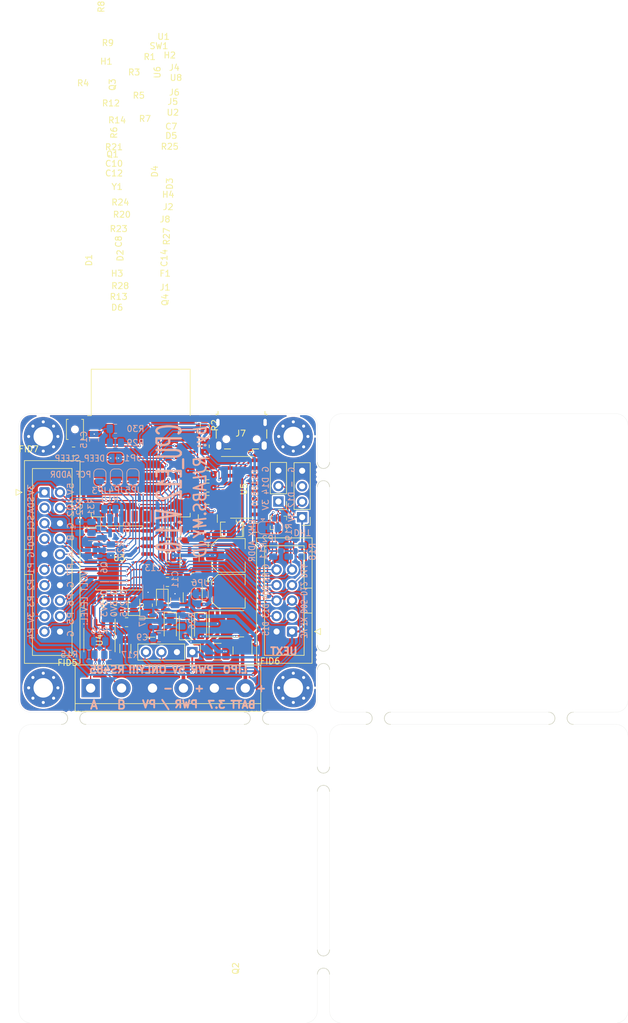
<source format=kicad_pcb>
(kicad_pcb (version 20211014) (generator pcbnew)
  (layers (0 "F.Cu" signal) (31 "B.Cu" signal) (34 "B.Paste" user) (35 "F.Paste" user) (36 "B.SilkS" user "B.Silkscreen") (37 "F.SilkS" user "F.Silkscreen") (38 "B.Mask" user) (39 "F.Mask" user) (44 "Edge.Cuts" user))
  (net 0 "")
  (net 1 "GND")
  (net 2 "/CPU_ESP12F/GPIO12{slash}MISO")
  (net 3 "/CPU_ESP12F/GPIO13{slash}MOSI")
  (net 4 "/CPU_ESP12F/GPIO14{slash}SCK")
  (net 5 "/CPU_ESP12F/GPIO0")
  (net 6 "/CPU_ESP12F/RESET")
  (net 7 "/CPU_ESP12F/GPIO2")
  (net 8 "/CPU_ESP12F/RXD")
  (net 9 "/CPU_ESP12F/ADC")
  (net 10 "/CPU_ESP12F/CH_PD")
  (net 11 "/CPU_ESP12F/GPIO16")
  (net 12 "Net-(Q2-Pad1)")
  (net 13 "Net-(Q3-Pad1)")
  (net 14 "/psu/VBAT")
  (net 15 "/CPU_ESP12F/GPIO15{slash}CS")
  (net 16 "Net-(C9-Pad1)")
  (net 17 "Net-(C7-Pad1)")
  (net 18 "Net-(C8-Pad1)")
  (net 19 "/CPU_ESP12F/TXD")
  (net 20 "/CPU_ESP12F/USB_RX")
  (net 21 "/CPU_ESP12F/GPIO5{slash}SCL")
  (net 22 "/CPU_ESP12F/GPIO4{slash}SDA")
  (net 23 "/CPU_ESP12F/DTR")
  (net 24 "/CPU_ESP12F/RTS")
  (net 25 "/CPU_ESP12F/VCC")
  (net 26 "/EXTENTION/M5V")
  (net 27 "Net-(D1-Pad2)")
  (net 28 "Net-(D2-Pad1)")
  (net 29 "Net-(JP4-Pad2)")
  (net 30 "Net-(Q1-Pad1)")
  (net 31 "Net-(Q3-Pad3)")
  (net 32 "/EXTENTION/MB")
  (net 33 "Net-(J4-Pad7)")
  (net 34 "Net-(J4-Pad11)")
  (net 35 "Net-(J4-Pad12)")
  (net 42 "/EXTENTION/MA")
  (net 43 "Net-(J4-Pad13)")
  (net 44 "Net-(J4-Pad15)")
  (net 45 "Net-(J4-Pad16)")
  (net 46 "Net-(J4-Pad18)")
  (net 47 "Net-(J4-Pad19)")
  (net 49 "Net-(J7-Pad2)")
  (net 50 "Net-(J7-Pad3)")
  (net 52 "Net-(JP3-Pad2)")
  (net 53 "Net-(JP5-Pad2)")
  (net 54 "Net-(D4-Pad1)")
  (net 55 "Net-(U5-Pad7)")
  (net 56 "Net-(U5-Pad8)")
  (net 62 "Net-(D6-Pad1)")
  (net 63 "Net-(R25-Pad2)")
  (net 64 "Net-(R26-Pad2)")
  (net 65 "Net-(R27-Pad1)")
  (net 66 "Net-(R28-Pad1)")
  (net 67 "Net-(JP2-Pad2)")
  (net 68 "Net-(R14-Pad2)")
  (net 69 "Net-(R2-Pad1)")
  (net 70 "Net-(D3-Pad2)")
  (net 71 "/EXTENTION/HSDA")
  (net 72 "/EXTENTION/HSDC")
  (net 73 "/CPU_ESP12F/EVCC")
  (footprint "Connector_IDC:IDC-Header_2x05_P2.54mm_Vertical" (layer "F.Cu") (at 145.843909 95.758668 180)
    (fp_text reference "J1")
    (fp_text value "Conn_02x05_Odd_Even")
  )
  (footprint "Button_Switch_SMD:SW_SPST_B3U-1000P-B" (layer "F.Cu") (at 110.200827 62.587897 -90)
    (fp_text reference "SW1")
    (fp_text value "SW_Push")
  )
  (footprint "Diode_SMD:D_SOD-123" (layer "F.Cu") (at 130.825 94.9 -90)
    (fp_text reference "D1")
    (fp_text value "1N4148W")
  )
  (footprint "MountingHole:MountingHole_3.2mm_M3_Pad_Via" (layer "F.Cu") (at 146.05 105)
    (fp_text reference "H4")
    (fp_text value "MountingHole")
  )
  (footprint "Package_TO_SOT_SMD:SOT-23" (layer "F.Cu") (at 129.023541 83.608293 90)
    (fp_text reference "Q2")
    (fp_text value "MMBT3904")
  )
  (footprint "Resistor_SMD:R_0805_2012Metric" (layer "F.Cu") (at 131.003199 80.238384 180)
    (fp_text reference "R7")
    (fp_text value "10K")
  )
  (footprint "Panel:mouse-bite-2mm-slot" (layer "F.Cu") (at 151 120 90)
    (fp_text reference "FID1" hide)
    (fp_text value "Fiducial" hide)
  )
  (footprint "Fiducial:Fiducial_0.75mm_Mask1.5mm" (layer "F.Cu") (at 108.966 102.87)
    (fp_text reference "FID5")
    (fp_text value "Fiducial")
  )
  (footprint "Connector_PinHeader_2.54mm:PinHeader_1x03_P2.54mm_Vertical" (layer "F.Cu") (at 143.606599 74.422 180)
    (fp_text reference "J6")
    (fp_text value "DS18")
  )
  (footprint "Package_TO_SOT_SMD:SOT-23-5" (layer "F.Cu") (at 122.53 95.13)
    (fp_text reference "U8")
    (fp_text value "MCP73831-2-OT")
  )
  (footprint "Capacitor_SMD:C_1206_3216Metric" (layer "F.Cu") (at 118.48 98.55 -90)
    (fp_text reference "C14")
    (fp_text value "10UF")
  )
  (footprint "Resistor_SMD:R_0805_2012Metric" (layer "F.Cu") (at 122.174 91.44 90)
    (fp_text reference "R27")
    (fp_text value "4K7")
  )
  (footprint "Panel:mouse-bite-2mm-slot" (layer "F.Cu") (at 140 110)
    (fp_text reference "FID4" hide)
    (fp_text value "Fiducial" hide)
  )
  (footprint "Diode_SMD:D_SOD-123" (layer "F.Cu") (at 128.35 94.875 90)
    (fp_text reference "D4")
    (fp_text value "MBR0540")
  )
  (footprint "Connector_IDC:IDC-Header_2x10_P2.54mm_Vertical" (layer "F.Cu") (at 105.204868 72.917125)
    (fp_text reference "J4")
    (fp_text value "Conn_02x10_Odd_Even")
  )
  (footprint "Diode_SMD:D_SMB" (layer "F.Cu") (at 135.772 94.488)
    (fp_text reference "D5")
    (fp_text value "SM6T10A")
  )
  (footprint "Resistor_SMD:R_0805_2012Metric" (layer "F.Cu") (at 132.02105 72.136 180)
    (fp_text reference "R5")
    (fp_text value "10K")
  )
  (footprint "Diode_SMD:D_SOD-123" (layer "F.Cu") (at 125.852177 94.849169 -90)
    (fp_text reference "D3")
    (fp_text value "MBR0540")
  )
  (footprint "Panel:mouse-bite-2mm-slot" (layer "F.Cu") (at 151 150 90)
    (fp_text reference "FID9" hide)
    (fp_text value "Fiducial" hide)
  )
  (footprint "Resistor_SMD:R_0805_2012Metric" (layer "F.Cu") (at 125.421364 83.566 180)
    (fp_text reference "R14")
    (fp_text value "4K7")
  )
  (footprint "MountingHole:MountingHole_3.2mm_M3_Pad_Via" (layer "F.Cu") (at 146.05 63.75)
    (fp_text reference "H1")
    (fp_text value "MountingHole")
  )
  (footprint "Resistor_SMD:R_0805_2012Metric" (layer "F.Cu") (at 132.02034 68.072 180)
    (fp_text reference "R3")
    (fp_text value "1K")
  )
  (footprint "Resistor_SMD:R_0805_2012Metric" (layer "F.Cu") (at 125.423309 85.598)
    (fp_text reference "R24")
    (fp_text value "100K")
  )
  (footprint "Package_TO_SOT_SMD:SOT-23" (layer "F.Cu") (at 137.713636 98.896582 -90)
    (fp_text reference "Q4")
    (fp_text value "IRLML6402")
  )
  (footprint "Capacitor_SMD:CP_Elec_5x4.4" (layer "F.Cu") (at 135.386648 83.263189)
    (fp_text reference "C12")
    (fp_text value "10UF")
  )
  (footprint "Resistor_SMD:R_0805_2012Metric" (layer "F.Cu") (at 116.84 90.17 180)
    (fp_text reference "R12")
    (fp_text value "4K7")
  )
  (footprint "Diode_SMD:D_0805_2012Metric" (layer "F.Cu") (at 124.538237 90.5025 -90)
    (fp_text reference "D2")
    (fp_text value "BLUE")
  )
  (footprint "Package_TO_SOT_SMD:SOT-23" (layer "F.Cu") (at 113.247348 91.295724 -90)
    (fp_text reference "Q3")
    (fp_text value "MMBT3904")
  )
  (footprint "Capacitor_SMD:CP_Elec_5x4.4" (layer "F.Cu") (at 135.382 89.154)
    (fp_text reference "C7")
    (fp_text value "10UF")
  )
  (footprint "Resistor_SMD:R_0805_2012Metric" (layer "F.Cu") (at 132.011406 74.168)
    (fp_text reference "R9")
    (fp_text value "4K7")
  )
  (footprint "Connector_PinHeader_2.54mm:PinHeader_1x04_P2.54mm_Vertical" (layer "F.Cu") (at 125.687939 99.175 -90)
    (fp_text reference "J2")
    (fp_text value "oled0.95")
  )
  (footprint "Connector_PinHeader_2.54mm:PinHeader_1x04_P2.54mm_Vertical" (layer "F.Cu") (at 147.500856 76.99598 180)
    (fp_text reference "J5")
    (fp_text value "dht")
  )
  (footprint "Resistor_SMD:R_0805_2012Metric" (layer "F.Cu") (at 132.017836 70.104)
    (fp_text reference "R4")
    (fp_text value "1K")
  )
  (footprint "Fiducial:Fiducial_0.75mm_Mask1.5mm" (layer "F.Cu") (at 142.24 102.616)
    (fp_text reference "FID6")
    (fp_text value "Fiducial")
  )
  (footprint "MountingHole:MountingHole_3.2mm_M3_Pad_Via" (layer "F.Cu") (at 105 63.75)
    (fp_text reference "H2")
    (fp_text value "MountingHole")
  )
  (footprint "Package_TO_SOT_SMD:SOT-23-5" (layer "F.Cu") (at 129.54 90.17 -90)
    (fp_text reference "U6")
    (fp_text value "SPX3819M5-L-3-3")
  )
  (footprint "Resistor_SMD:R_0805_2012Metric" (layer "F.Cu") (at 128.27 79.9065 90)
    (fp_text reference "R6")
    (fp_text value "10K")
  )
  (footprint "Panel:mouse-bite-2mm-slot" (layer "F.Cu") (at 151 100 90)
    (fp_text reference "FID2" hide)
    (fp_text value "Fiducial" hide)
  )
  (footprint "Panel:mouse-bite-2mm-slot" (layer "F.Cu") (at 110 110)
    (fp_text reference "FID11" hide)
    (fp_text value "Fiducial" hide)
  )
  (footprint "Package_LGA:Bosch_LGA-8_2x2.5mm_P0.65mm_ClockwisePinNumbering" (layer "F.Cu") (at 143.597362 77.926687 180)
    (fp_text reference "U2")
    (fp_text value "BMP280")
  )
  (footprint "Resistor_SMD:R_0805_2012Metric" (layer "F.Cu") (at 125.404094 79.561634 180)
    (fp_text reference "R21")
    (fp_text value "4K7")
  )
  (footprint "Panel:mouse-bite-2mm-slot" (layer "F.Cu") (at 151 70 90)
    (fp_text reference "FID10" hide)
    (fp_text value "Fiducial" hide)
  )
  (footprint "Resistor_SMD:R_0805_2012Metric" (layer "F.Cu") (at 116.84 92.235934 180)
    (fp_text reference "R13")
    (fp_text value "4K7")
  )
  (footprint "Fiducial:Fiducial_0.75mm_Mask1.5mm" (layer "F.Cu") (at 102.616 67.818)
    (fp_text reference "FID7")
    (fp_text value "Fiducial")
  )
  (footprint "Resistor_SMD:R_0805_2012Metric" (layer "F.Cu") (at 131.50832 65.355884 90)
    (fp_text reference "R8")
    (fp_text value "10K")
  )
  (footprint "Resistor_SMD:R_0805_2012Metric" (layer "F.Cu") (at 118.676225 94.234 180)
    (fp_text reference "R28")
    (fp_text value "4K7")
  )
  (footprint "Panel:mouse-bite-2mm-slot" (layer "F.Cu") (at 190 110)
    (fp_text reference "FID8" hide)
    (fp_text value "Fiducial" hide)
  )
  (footprint "Package_SO:SOIC-8_3.9x4.9mm_P1.27mm" (layer "F.Cu") (at 114.225 97.15 -90)
    (fp_text reference "U4")
    (fp_text value "SP3485CN")
  )
  (footprint "Package_SO:SOIC-16_3.9x9.9mm_P1.27mm" (layer "F.Cu") (at 137.678064 72.092726)
    (fp_text reference "U5")
    (fp_text value "CH340G")
  )
  (footprint "Capacitor_SMD:C_0805_2012Metric" (layer "F.Cu") (at 126.618095 90.49 90)
    (fp_text reference "C8")
    (fp_text value "470pf")
  )
  (footprint "Panel:mouse-bite-2mm-slot" (layer "F.Cu") (at 160 110)
    (fp_text reference "FID3" hide)
    (fp_text value "Fiducial" hide)
  )
  (footprint "Resistor_SMD:R_0805_2012Metric" (layer "F.Cu") (at 125.3887 87.63)
    (fp_text reference "R23")
    (fp_text value "4K7")
  )
  (footprint "Resistor_SMD:R_0805_2012Metric" (layer "F.Cu") (at 131.521512 61.915415 -90)
    (fp_text reference "R2")
    (fp_text value "470")
  )
  (footprint "Package_SO:SOIC-16W_7.5x10.3mm_P1.27mm" (layer "F.Cu") (at 117.475 83.675)
    (fp_text reference "U3")
    (fp_text value "PCF8574A")
  )
  (footprint "MountingHole:MountingHole_3.2mm_M3_Pad_Via" (layer "F.Cu") (at 105 105)
    (fp_text reference "H3")
    (fp_text value "MountingHole")
  )
  (footprint "Resistor_SMD:R_0805_2012Metric" (layer "F.Cu") (at 125.430108 81.564676 180)
    (fp_text reference "R20")
    (fp_text value "4K7")
  )
  (footprint "RF_Module:ESP-12E" (layer "F.Cu") (at 121 64.828)
    (fp_text reference "U1")
    (fp_text value "ESP-12F")
  )
  (footprint "Capacitor_SMD:C_0805_2012Metric" (layer "F.Cu") (at 139.888 78.74)
    (fp_text reference "C10")
    (fp_text value "100nf")
  )
  (footprint "TerminalBlock:TerminalBlock_bornier-6_P5.08mm" (layer "F.Cu") (at 112.773429 105.050688)
    (fp_text reference "J8")
    (fp_text value "Conn_01x06")
  )
  (footprint "Resistor_SMD:R_0805_2012Metric" (layer "F.Cu") (at 129.54 86.868 180)
    (fp_text reference "R25")
    (fp_text value "10K")
  )
  (footprint "Crystal:Resonator_SMD_Murata_CSTxExxV-3Pin_3.0x1.1mm" (layer "F.Cu") (at 135.89 78.994 180)
    (fp_text reference "Y1")
    (fp_text value "Crystal_GND2")
  )
  (footprint "Package_TO_SOT_SMD:SOT-23" (layer "F.Cu") (at 132.01305 77.216 90)
    (fp_text reference "Q1")
    (fp_text value "MMBT3904")
  )
  (footprint "Fuse:Fuse_1210_3225Metric" (layer "F.Cu") (at 133.604 99.06 180)
    (fp_text reference "F1")
    (fp_text value "Polyfuse")
  )
  (footprint "Connector_USB:USB_Micro-B_Wuerth_629105150521" (layer "F.Cu") (at 137.541582 63.390224 180)
    (fp_text reference "J7")
    (fp_text value "USB_B_Micro")
  )
  (footprint "Resistor_SMD:R_0805_2012Metric" (layer "F.Cu") (at 109.977607 66.206359 180)
    (fp_text reference "R1")
    (fp_text value "10K")
  )
  (footprint "Diode_SMD:D_0805_2012Metric" (layer "F.Cu") (at 119.888 91.44 90)
    (fp_text reference "D6")
    (fp_text value "BLUE")
  )
  (footprint "Package_TO_SOT_SMD:SOT-23" (layer "B.Cu") (at 113.05 82.4 180)
    (fp_text reference "Q6")
    (fp_text value "BSS138")
  )
  (footprint "Jumper:SolderJumper-2_P1.3mm_Open_RoundedPad1.0x1.5mm" (layer "B.Cu") (at 114.29 70.48 -90)
    (fp_text reference "JP3")
    (fp_text value "SolderJumper_2_Open")
  )
  (footprint "Jumper:SolderJumper-2_P1.3mm_Open_RoundedPad1.0x1.5mm" (layer "B.Cu") (at 117.02 70.47 -90)
    (fp_text reference "JP4")
    (fp_text value "SolderJumper_2_Open")
  )
  (footprint "Capacitor_SMD:C_0805_2012Metric" (layer "B.Cu") (at 126.66 90.49 90)
    (fp_text reference "C11")
    (fp_text value "100nf")
  )
  (footprint "Jumper:SolderJumper-3_P1.3mm_Bridged12_RoundedPad1.0x1.5mm" (layer "B.Cu") (at 142.24 78.74)
    (fp_text reference "JP2")
    (fp_text value "BMP_ADD")
  )
  (footprint "Resistor_SMD:R_0805_2012Metric" (layer "B.Cu") (at 112.49 99.53)
    (fp_text reference "R15")
    (fp_text value "4K7")
  )
  (footprint "Resistor_SMD:R_0805_2012Metric" (layer "B.Cu") (at 142.748 82.55 -90)
    (fp_text reference "R11")
    (fp_text value "4K7")
  )
  (footprint "Resistor_SMD:R_0805_2012Metric" (layer "B.Cu") (at 112.925 78.675 90)
    (fp_text reference "R31")
    (fp_text value "10k")
  )
  (footprint "Package_TO_SOT_SMD:SOT-23" (layer "B.Cu") (at 115.97 78.62 -90)
    (fp_text reference "Q5")
    (fp_text value "BSS138")
  )
  (footprint "Capacitor_SMD:C_0805_2012Metric" (layer "B.Cu") (at 124 96.72)
    (fp_text reference "C9")
    (fp_text value "470pf")
  )
  (footprint "Resistor_SMD:R_0805_2012Metric" (layer "B.Cu") (at 114.27 97.38)
    (fp_text reference "R16")
    (fp_text value "4K7")
  )
  (footprint "Resistor_SMD:R_0805_2012Metric" (layer "B.Cu") (at 115.95 99.58)
    (fp_text reference "R17")
    (fp_text value "4K7")
  )
  (footprint "Resistor_SMD:R_0805_2012Metric" (layer "B.Cu") (at 147.574 82.55 -90)
    (fp_text reference "R18")
    (fp_text value "4K7")
  )
  (footprint "Jumper:SolderJumper-2_P1.3mm_Open_RoundedPad1.0x1.5mm" (layer "B.Cu") (at 116.84 67.31 180)
    (fp_text reference "JP1")
    (fp_text value "SolderJumper_2_Open")
  )
  (footprint "Jumper:SolderJumper-2_P1.3mm_Open_RoundedPad1.0x1.5mm" (layer "B.Cu") (at 119.72 70.44 -90)
    (fp_text reference "JP5")
    (fp_text value "SolderJumper_2_Open")
  )
  (footprint "Capacitor_SMD:C_0805_2012Metric" (layer "B.Cu") (at 113.344075 64.284212 -90)
    (fp_text reference "C15")
    (fp_text value "10NF")
  )
  (footprint "Resistor_SMD:R_0805_2012Metric" (layer "B.Cu") (at 145.288 82.55 -90)
    (fp_text reference "R19")
    (fp_text value "4K7")
  )
  (footprint "Jumper:SolderJumper-2_P1.3mm_Bridged_RoundedPad1.0x1.5mm" (layer "B.Cu") (at 130.683 89.5604 180)
    (fp_text reference "JP6")
    (fp_text value "EVCC")
  )
  (footprint "Resistor_SMD:R_0805_2012Metric" (layer "B.Cu") (at 110.95 78.65 90)
    (fp_text reference "R32")
    (fp_text value "10k")
  )
  (footprint "Package_TO_SOT_SMD:SOT-23-5" (layer "B.Cu") (at 124.21 94.05 180)
    (fp_text reference "U7")
    (fp_text value "SPX3819M5-L-3-3")
  )
  (footprint "Resistor_SMD:R_0805_2012Metric" (layer "B.Cu") (at 116.84 62.484)
    (fp_text reference "R30")
    (fp_text value "4K9")
  )
  (footprint "Resistor_SMD:R_0805_2012Metric" (layer "B.Cu") (at 127.67 94.02 -90)
    (fp_text reference "R26")
    (fp_text value "10K")
  )
  (footprint "Resistor_SMD:R_0805_2012Metric" (layer "B.Cu") (at 116.84 64.77 180)
    (fp_text reference "R29")
    (fp_text value "22K")
  )
  (footprint "Capacitor_SMD:C_1812_4532Metric" (layer "B.Cu") (at 123.06 89.28 90)
    (fp_text reference "C13")
    (fp_text value "10UF")
  )
  (footprint "Resistor_SMD:R_0805_2012Metric" (layer "B.Cu") (at 115.94 75.66 180)
    (fp_text reference "R10")
    (fp_text value "10k")
  )
  (footprint "Resistor_SMD:R_0805_2012Metric" (layer "B.Cu") (at 116.1 82.375 90)
    (fp_text reference "R22")
    (fp_text value "10k")
  )
  (gr_arc (start 150 122) (mid 151 121) (end 152 122) (layer "Edge.Cuts") (width 0.1))
  (gr_arc (start 148 60) (mid 149.414214 60.585786) (end 150 62) (layer "Edge.Cuts") (width 0.02))
  (gr_line (start 150 153) (end 150 152) (layer "Edge.Cuts") (width 0.02))
  (gr_line (start 154 160) (end 199 160) (layer "Edge.Cuts") (width 0.02))
  (gr_arc (start 152 98) (mid 151 99) (end 150 98) (layer "Edge.Cuts") (width 0.1))
  (gr_arc (start 150 72) (mid 151 71) (end 152 72) (layer "Edge.Cuts") (width 0.1))
  (gr_line (start 101 158) (end 101 152) (layer "Edge.Cuts") (width 0.02))
  (gr_arc (start 152 113) (mid 152.585786 111.585786) (end 154 111) (layer "Edge.Cuts") (width 0.02))
  (gr_line (start 201 72) (end 201 68.1) (layer "Edge.Cuts") (width 0.02))
  (gr_line (start 103 109) (end 108 109) (layer "Edge.Cuts") (width 0.02))
  (gr_arc (start 199 111) (mid 200.414214 111.585786) (end 201 113) (layer "Edge.Cuts") (width 0.02))
  (gr_line (start 152 158) (end 152 152) (layer "Edge.Cuts") (width 0.02))
  (gr_arc (start 150 107) (mid 149.414214 108.414214) (end 148 109) (layer "Edge.Cuts") (width 0.02))
  (gr_arc (start 201 107) (mid 200.414214 108.414214) (end 199 109) (layer "Edge.Cuts") (width 0.02))
  (gr_line (start 148 109) (end 142 109) (layer "Edge.Cuts") (width 0.02))
  (gr_arc (start 142 111) (mid 141 110) (end 142 109) (layer "Edge.Cuts") (width 0.1))
  (gr_arc (start 101 62) (mid 101.585786 60.585786) (end 103 60) (layer "Edge.Cuts") (width 0.02))
  (gr_line (start 154 111) (end 158 111) (layer "Edge.Cuts") (width 0.02))
  (gr_line (start 154 60) (end 199 60) (layer "Edge.Cuts") (width 0.02))
  (gr_line (start 152 118) (end 152 113) (layer "Edge.Cuts") (width 0.02))
  (gr_line (start 201 149) (end 201 123) (layer "Edge.Cuts") (width 0.02))
  (gr_arc (start 108 109) (mid 109 110) (end 108 111) (layer "Edge.Cuts") (width 0.1))
  (gr_line (start 201 123) (end 201 119.1) (layer "Edge.Cuts") (width 0.02))
  (gr_line (start 150 158) (end 150 153) (layer "Edge.Cuts") (width 0.02))
  (gr_arc (start 154 109) (mid 152.585786 108.414214) (end 152 107) (layer "Edge.Cuts") (width 0.02))
  (gr_arc (start 103 109) (mid 101.585786 108.414214) (end 101 107) (layer "Edge.Cuts") (width 0.02))
  (gr_line (start 201 68.1) (end 201 62) (layer "Edge.Cuts") (width 0.02))
  (gr_line (start 201 158) (end 201 153) (layer "Edge.Cuts") (width 0.02))
  (gr_arc (start 103 160) (mid 101.585786 159.414214) (end 101 158) (layer "Edge.Cuts") (width 0.02))
  (gr_line (start 152 148) (end 152 122) (layer "Edge.Cuts") (width 0.02))
  (gr_arc (start 152 68) (mid 151 69) (end 150 68) (layer "Edge.Cuts") (width 0.1))
  (gr_arc (start 150 102) (mid 151 101) (end 152 102) (layer "Edge.Cuts") (width 0.1))
  (gr_arc (start 188 109) (mid 189 110) (end 188 111) (layer "Edge.Cuts") (width 0.1))
  (gr_line (start 112 109) (end 138 109) (layer "Edge.Cuts") (width 0.02))
  (gr_arc (start 162 111) (mid 161 110) (end 162 109) (layer "Edge.Cuts") (width 0.1))
  (gr_line (start 112 111) (end 138 111) (layer "Edge.Cuts") (width 0.02))
  (gr_line (start 188 109) (end 162 109) (layer "Edge.Cuts") (width 0.02))
  (gr_line (start 103 160) (end 148 160) (layer "Edge.Cuts") (width 0.02))
  (gr_arc (start 158 109) (mid 159 110) (end 158 111) (layer "Edge.Cuts") (width 0.1))
  (gr_line (start 201 102) (end 201 98) (layer "Edge.Cuts") (width 0.02))
  (gr_arc (start 152 62) (mid 152.585786 60.585786) (end 154 60) (layer "Edge.Cuts") (width 0.02))
  (gr_line (start 152 68) (end 152 62) (layer "Edge.Cuts") (width 0.02))
  (gr_line (start 192 109) (end 199 109) (layer "Edge.Cuts") (width 0.02))
  (gr_line (start 152 102) (end 152 107) (layer "Edge.Cuts") (width 0.02))
  (gr_arc (start 150 152) (mid 151 151) (end 152 152) (layer "Edge.Cuts") (width 0.1))
  (gr_line (start 103 60) (end 148 60) (layer "Edge.Cuts") (width 0.02))
  (gr_arc (start 112 111) (mid 111 110) (end 112 109) (layer "Edge.Cuts") (width 0.1))
  (gr_line (start 101 107) (end 101 62) (layer "Edge.Cuts") (width 0.02))
  (gr_arc (start 101 113) (mid 101.585786 111.585786) (end 103 111) (layer "Edge.Cuts") (width 0.02))
  (gr_arc (start 148 111) (mid 149.414214 111.585786) (end 150 113) (layer "Edge.Cuts") (width 0.02))
  (gr_arc (start 152 118) (mid 151 119) (end 150 118) (layer "Edge.Cuts") (width 0.1))
  (gr_line (start 201 98) (end 201 72) (layer "Edge.Cuts") (width 0.02))
  (gr_line (start 150 68) (end 150 62) (layer "Edge.Cuts") (width 0.02))
  (gr_line (start 108 111) (end 107 111) (layer "Edge.Cuts") (width 0.02))
  (gr_arc (start 152 148) (mid 151 149) (end 150 148) (layer "Edge.Cuts") (width 0.1))
  (gr_arc (start 199 60) (mid 200.414214 60.585786) (end 201 62) (layer "Edge.Cuts") (width 0.02))
  (gr_line (start 150 107) (end 150 102) (layer "Edge.Cuts") (width 0.02))
  (gr_arc (start 192 111) (mid 191 110) (end 192 109) (layer "Edge.Cuts") (width 0.1))
  (gr_line (start 162 111) (end 188 111) (layer "Edge.Cuts") (width 0.02))
  (gr_line (start 142 111) (end 148 111) (layer "Edge.Cuts") (width 0.02))
  (gr_arc (start 138 109) (mid 139 110) (end 138 111) (layer "Edge.Cuts") (width 0.1))
  (gr_line (start 201 107) (end 201 102) (layer "Edge.Cuts") (width 0.02))
  (gr_line (start 150 98) (end 150 72) (layer "Edge.Cuts") (width 0.02))
  (gr_line (start 157.914214 109) (end 158 109) (layer "Edge.Cuts") (width 0.02))
  (gr_arc (start 154 160) (mid 152.585786 159.414214) (end 152 158) (layer "Edge.Cuts") (width 0.02))
  (gr_line (start 103 111) (end 107 111) (layer "Edge.Cuts") (width 0.02))
  (gr_arc (start 201 158) (mid 200.414214 159.414214) (end 199 160) (layer "Edge.Cuts") (width 0.02))
  (gr_line (start 152 98) (end 152 72) (layer "Edge.Cuts") (width 0.02))
  (gr_line (start 150 122) (end 150 148) (layer "Edge.Cuts") (width 0.02))
  (gr_line (start 201 153) (end 201 149) (layer "Edge.Cuts") (width 0.02))
  (gr_line (start 101 113) (end 101 152) (layer "Edge.Cuts") (width 0.02))
  (gr_arc (start 150 158) (mid 149.414214 159.414214) (end 148 160) (layer "Edge.Cuts") (width 0.02))
  (gr_line (start 154 109) (end 157.914214 109) (layer "Edge.Cuts") (width 0.02))
  (gr_line (start 150 118) (end 150 113) (layer "Edge.Cuts") (width 0.02))
  (gr_line (start 192 111) (end 199 111) (layer "Edge.Cuts") (width 0.02))
  (gr_line (start 201 119.1) (end 201 113) (layer "Edge.Cuts") (width 0.02))
  (gr_text "5V IO2 G B  A P7 G P6 P5 G" (at 109.5 84 90) (layer "B.SilkS") (effects (font (size 1 1.12) (thickness 0.152)) (justify mirror)))
  (gr_text "UEXT" (at 144.5 99) (layer "B.SilkS") (effects (font (size 1.2 1.2) (thickness 0.3)) (justify mirror)))
  (gr_text "LiPO" (at 136.5 102) (layer "B.SilkS") (effects (font (size 1.2 1.2) (thickness 0.3)) (justify mirror)))
  (gr_text "G  - D12 3V" (at 145.75 73.25 90) (layer "B.SilkS") (effects (font (size 1 0.9) (thickness 0.152)) (justify mirror)))
  (gr_text "A   B" (at 115.626288 107.79012) (layer "B.SilkS") (effects (font (size 1.4 1.4) (thickness 0.3))))
  (gr_text "PWR 5V ONLY!!!" (at 126 102) (layer "B.SilkS") (effects (font (size 1.2 1.2) (thickness 0.3)) (justify mirror)))
  (gr_text "3V TX D05 D12 D14" (at 147.75 90.75 270) (layer "B.SilkS") (effects (font (size 1 0.8) (thickness 0.152)) (justify mirror)))
  (gr_text "SCL" (at 103 78 90) (layer "B.SilkS") (effects (font (size 1 1)) (justify mirror)))
  (gr_text "VOLT LEVEL:\n\n| O 3V3\n| O 3V0\n| O 2V5" (at 115 90.25 90) (layer "B.SilkS") (effects (font (size 1 1) (thickness 0.152)) (justify mirror)))
  (gr_text "G RX D04 D13 D15" (at 141.538788 90.564819 90) (layer "B.SilkS") (effects (font (size 1 0.8) (thickness 0.152)) (justify mirror)))
  (gr_text "DS18B20" (at 139.75 72.25 90) (layer "B.SilkS") (effects (font (size 1 0.9) (thickness 0.152)) (justify mirror)))
  (gr_text "RS485" (at 115.473625 102) (layer "B.SilkS") (effects (font (size 1.2 1.2) (thickness 0.3)) (justify mirror)))
  (gr_text "-    +" (at 138.215463 105.053865) (layer "B.SilkS") (effects (font (size 1.2 1.2) (thickness 0.3))))
  (gr_text "DEEP_SLEEP" (at 111 67.349427) (layer "B.SilkS") (effects (font (size 1 0.9) (thickness 0.152)) (justify mirror)))
  (gr_text "-    +" (at 128.048067 105.053865) (layer "B.SilkS") (effects (font (size 1.2 1.2) (thickness 0.3))))
  (gr_text "G D14 3V" (at 141.5 72.25 90) (layer "B.SilkS") (effects (font (size 1 1) (thickness 0.152)) (justify mirror)))
  (gr_text "3V" (at 103 72.5 90) (layer "B.SilkS") (effects (font (size 1 1) (thickness 0.152)) (justify mirror)))
  (gr_text "DHT" (at 147.5 79.5 180) (layer "B.SilkS") (effects (font (size 1 1) (thickness 0.152)) (justify mirror)))
  (gr_text "PCF ADDR" (at 109.5 70) (layer "B.SilkS") (effects (font (size 1 0.9) (thickness 0.152)) (justify mirror)))
  (gr_text "P0 G P1 P2 P3 3V P4" (at 103 88.5 90) (layer "B.SilkS") (effects (font (size 1 1)) (justify mirror)))
  (gr_text "BMX ADDR" (at 139.27142 80.838545 90) (layer "B.SilkS") (effects (font (size 1 0.9) (thickness 0.152)) (justify mirror)))
  (gr_text "PWR / PV" (at 125.813144 107.684621) (layer "B.SilkS") (effects (font (size 1.2 1.2) (thickness 0.3)) (justify mirror)))
  (gr_text "SDA" (at 103 75 90) (layer "B.SilkS") (effects (font (size 1 1)) (justify mirror)))
  (gr_text "by: RJLABS.MY.ID" (at 130.75 72.75 90) (layer "B.SilkS") (effects (font (size 2 1.7) (thickness 0.3) italic) (justify mirror)))
  (gr_text "CPU_E12 V.1.0" (at 125.75 72.25 90) (layer "B.SilkS") (effects (font (size 4 1.9) (thickness 0.375)) (justify mirror)))
  (gr_text "BATT 3.7" (at 135.917525 107.765979) (layer "B.SilkS") (effects (font (size 1.2 1.2) (thickness 0.3)) (justify mirror)))
  (segment (start 144.572362 78.726687) (end 144.572362 78.278362) (width 0.2) (layer "F.Cu") (net 1))
  (segment (start 144.572362 78.278362) (end 143.922362 77.628362) (width 0.2) (layer "F.Cu") (net 1))
  (segment (start 122.174 89.356) (end 122.21 89.32) (width 0.2) (layer "F.Cu") (net 1))
  (segment (start 143.922362 77.628362) (end 143.922362 77.126687) (width 0.2) (layer "F.Cu") (net 1))
  (segment (start 122.174 90.5275) (end 122.174 89.356) (width 0.2) (layer "F.Cu") (net 1))
  (via (at 122.21 89.32) (size 0.4) (drill 0.2) (layers "F.Cu" "B.Cu") (net 1))
  (via (at 126.63 89.56) (size 0.4) (drill 0.2) (layers "F.Cu" "B.Cu") (net 1))
  (segment (start 146.1 82.875) (end 146.1 75.856836) (width 0.2) (layer "F.Cu") (net 2))
  (segment (start 124.972 71.328) (end 113.4 71.328) (width 0.2) (layer "F.Cu") (net 2))
  (segment (start 125.55 70.75) (end 124.972 71.328) (width 0.2) (layer "F.Cu") (net 2))
  (segment (start 145.843909 88.138668) (end 147.475 86.507577) (width 0.2) (layer "F.Cu") (net 2))
  (segment (start 147.475 84.25) (end 146.1 82.875) (width 0.2) (layer "F.Cu") (net 2))
  (segment (start 147.475 86.507577) (end 147.475 84.25) (width 0.2) (layer "F.Cu") (net 2))
  (segment (start 146.1 75.856836) (end 147.500856 74.45598) (width 0.2) (layer "F.Cu") (net 2))
  (via (at 125.55 70.75) (size 0.4) (drill 0.2) (layers "F.Cu" "B.Cu") (net 2))
  (segment (start 135.148 82.588) (end 141.935 89.375) (width 0.2) (layer "B.Cu") (net 2))
  (segment (start 141.935 89.375) (end 144.607577 89.375) (width 0.2) (layer "B.Cu") (net 2))
  (segment (start 125.55 70.75) (end 125.55 72.525) (width 0.2) (layer "B.Cu") (net 2))
  (segment (start 127.038 82.588) (end 135.148 82.588) (width 0.2) (layer "B.Cu") (net 2))
  (segment (start 147.574 83.4625) (end 147.574 86.408577) (width 0.2) (layer "B.Cu") (net 2))
  (segment (start 125.95 72.925) (end 125.95 81.5) (width 0.2) (layer "B.Cu") (net 2))
  (segment (start 147.574 86.408577) (end 145.843909 88.138668) (width 0.2) (layer "B.Cu") (net 2))
  (segment (start 144.607577 89.375) (end 145.843909 88.138668) (width 0.2) (layer "B.Cu") (net 2))
  (segment (start 125.55 72.525) (end 125.95 72.925) (width 0.2) (layer "B.Cu") (net 2))
  (segment (start 125.95 81.5) (end 127.038 82.588) (width 0.2) (layer "B.Cu") (net 2))
  (segment (start 126.5005 71.25) (end 124.4225 73.328) (width 0.2) (layer "F.Cu") (net 3))
  (segment (start 124.4225 73.328) (end 113.4 73.328) (width 0.2) (layer "F.Cu") (net 3))
  (segment (start 116.66 96.66) (end 116.13 96.13) (width 0.2) (layer "F.Cu") (net 3))
  (segment (start 116.13 96.13) (end 116.13 94.675) (width 0.2) (layer "F.Cu") (net 3))
  (via (at 116.66 96.66) (size 0.4) (drill 0.2) (layers "F.Cu" "B.Cu") (net 3))
  (via (at 121.41 73.328) (size 0.4) (drill 0.2) (layers "F.Cu" "B.Cu") (net 3))
  (via (at 126.5005 71.25) (size 0.4) (drill 0.2) (layers "F.Cu" "B.Cu") (net 3))
  (segment (start 126.5125 81.3005) (end 127.4 82.188) (width 0.2) (layer "B.Cu") (net 3))
  (segment (start 126.5125 71.262) (end 126.5125 81.3005) (width 0.2) (layer "B.Cu") (net 3))
  (segment (start 116.66 96.66) (end 116.66 96.16) (width 0.2) (layer "B.Cu") (net 3))
  (segment (start 120.3 84.5) (end 121.41 83.39) (width 0.2) (layer "B.Cu") (net 3))
  (segment (start 135.398 82.188) (end 141.348668 88.138668) (width 0.2) (layer "B.Cu") (net 3))
  (segment (start 114.19 95.39) (end 113.485 94.685) (width 0.2) (layer "B.Cu") (net 3))
  (segment (start 113.485 91.665) (end 115.05 90.1) (width 0.2) (layer "B.Cu") (net 3))
  (segment (start 120.3 88.85) (end 120.3 84.5) (width 0.2) (layer "B.Cu") (net 3))
  (segment (start 121.41 83.39) (end 121.41 73.328) (width 0.2) (layer "B.Cu") (net 3))
  (segment (start 126.5005 71.25) (end 126.5125 71.262) (width 0.2) (layer "B.Cu") (net 3))
  (segment (start 116.66 96.16) (end 115.89 95.39) (width 0.2) (layer "B.Cu") (net 3))
  (segment (start 141.348668 88.138668) (end 143.303909 88.138668) (width 0.2) (layer "B.Cu") (net 3))
  (segment (start 115.89 95.39) (end 114.19 95.39) (width 0.2) (layer "B.Cu") (net 3))
  (segment (start 119.05 90.1) (end 120.3 88.85) (width 0.2) (layer "B.Cu") (net 3))
  (segment (start 115.05 90.1) (end 119.05 90.1) (width 0.2) (layer "B.Cu") (net 3))
  (segment (start 113.485 94.685) (end 113.485 91.665) (width 0.2) (layer "B.Cu") (net 3))
  (segment (start 127.4 82.188) (end 135.398 82.188) (width 0.2) (layer "B.Cu") (net 3))
  (segment (start 145.625 73.1) (end 144.407 71.882) (width 0.2) (layer "F.Cu") (net 4))
  (segment (start 145.625 85.379759) (end 145.625 73.1) (width 0.2) (layer "F.Cu") (net 4))
  (segment (start 126.4 69.3) (end 126.372 69.328) (width 0.2) (layer "F.Cu") (net 4))
  (segment (start 144.407 71.882) (end 143.606599 71.882) (width 0.2) (layer "F.Cu") (net 4))
  (segment (start 126.372 69.328) (end 113.4 69.328) (width 0.2) (layer "F.Cu") (net 4))
  (via (at 126.4 69.3) (size 0.4) (drill 0.2) (layers "F.Cu" "B.Cu") (net 4))
  (segment (start 127 81.2) (end 127 69.9) (width 0.2) (layer "B.Cu") (net 4))
  (segment (start 135.638 81.788) (end 127.588 81.788) (width 0.2) (layer "B.Cu") (net 4))
  (segment (start 140.7 86.85) (end 135.638 81.788) (width 0.2) (layer "B.Cu") (net 4))
  (segment (start 127 69.9) (end 126.4 69.3) (width 0.2) (layer "B.Cu") (net 4))
  (segment (start 144.592577 86.85) (end 140.7 86.85) (width 0.2) (layer "B.Cu") (net 4))
  (segment (start 145.843909 85.598668) (end 144.592577 86.85) (width 0.2) (layer "B.Cu") (net 4))
  (segment (start 127.588 81.788) (end 127 81.2) (width 0.2) (layer "B.Cu") (net 4))
  (segment (start 145.843909 84.883909) (end 145.288 84.328) (width 0.2) (layer "B.Cu") (net 4))
  (segment (start 145.288 84.328) (end 145.288 83.4625) (width 0.2) (layer "B.Cu") (net 4))
  (segment (start 132.7635 76.2785) (end 133.096 75.946) (width 0.2) (layer "F.Cu") (net 5))
  (segment (start 132.01305 76.2785) (end 132.7635 76.2785) (width 0.2) (layer "F.Cu") (net 5))
  (via (at 133.096 75.946) (size 0.4) (drill 0.2) (layers "F.Cu" "B.Cu") (net 5))
  (via (at 128.778 69.342) (size 0.4) (drill 0.2) (layers "F.Cu" "B.Cu") (net 5))
  (segment (start 133.096 75.946) (end 132.271 75.946) (width 0.2) (layer "B.Cu") (net 5))
  (segment (start 130.9625 74.6375) (end 130.9625 70.5375) (width 0.2) (layer "B.Cu") (net 5))
  (segment (start 130.9625 70.5375) (end 129.767 69.342) (width 0.2) (layer "B.Cu") (net 5))
  (segment (start 129.767 69.342) (end 128.778 69.342) (width 0.2) (layer "B.Cu") (net 5))
  (segment (start 132.271 75.946) (end 130.9625 74.6375) (width 0.2) (layer "B.Cu") (net 5))
  (segment (start 117.348 67.31) (end 124.11 67.31) (width 0.2) (layer "F.Cu") (net 6))
  (segment (start 124.11 63.385) (end 122.053 61.328) (width 0.2) (layer "F.Cu") (net 6))
  (segment (start 110.210103 64.287897) (end 111.506 62.992) (width 0.2) (layer "F.Cu") (net 6))
  (segment (start 109.065107 65.178893) (end 109.956103 64.287897) (width 0.2) (layer "F.Cu") (net 6))
  (segment (start 113.4 61.328) (end 122.053 61.328) (width 0.2) (layer "F.Cu") (net 6))
  (segment (start 124.11 67.31) (end 124.11 63.385) (width 0.2) (layer "F.Cu") (net 6))
  (segment (start 111.506 62.992) (end 111.506 61.976) (width 0.2) (layer "F.Cu") (net 6))
  (segment (start 109.065107 66.206359) (end 109.065107 65.178893) (width 0.2) (layer "F.Cu") (net 6))
  (segment (start 125.25 68.45) (end 124.11 67.31) (width 0.2) (layer "F.Cu") (net 6))
  (segment (start 112.154 61.328) (end 113.4 61.328) (width 0.2) (layer "F.Cu") (net 6))
  (segment (start 111.506 61.976) (end 112.154 61.328) (width 0.2) (layer "F.Cu") (net 6))
  (via (at 117.348 67.31) (size 0.4) (drill 0.2) (layers "F.Cu" "B.Cu") (net 6))
  (via (at 127.775 84.5005) (size 0.4) (drill 0.2) (layers "F.Cu" "B.Cu") (net 6))
  (via (at 125.25 68.45) (size 0.4) (drill 0.2) (layers "F.Cu" "B.Cu") (net 6))
  (segment (start 124.947 72.822) (end 124.947 68.753) (width 0.2) (layer "B.Cu") (net 6))
  (segment (start 125.476 73.351) (end 124.947 72.822) (width 0.2) (layer "B.Cu") (net 6))
  (segment (start 126.075 84.5) (end 125.476 83.901) (width 0.2) (layer "B.Cu") (net 6))
  (segment (start 125.476 83.901) (end 125.476 73.351) (width 0.2) (layer "B.Cu") (net 6))
  (segment (start 127.7745 84.5) (end 126.075 84.5) (width 0.2) (layer "B.Cu") (net 6))
  (segment (start 124.947 68.753) (end 125.25 68.45) (width 0.2) (layer "B.Cu") (net 6))
  (segment (start 127.775 84.5005) (end 127.7745 84.5) (width 0.2) (layer "B.Cu") (net 6))
  (segment (start 128.6 71.328) (end 130.002 71.328) (width 0.2) (layer "F.Cu") (net 7))
  (segment (start 130.002 71.328) (end 130.81 72.136) (width 0.2) (layer "F.Cu") (net 7))
  (segment (start 115.35 74.29) (end 115.363 74.277) (width 0.2) (layer "F.Cu") (net 7))
  (segment (start 115.363 74.277) (end 124.859 74.277) (width 0.2) (layer "F.Cu") (net 7))
  (segment (start 124.859 74.277) (end 127.808 71.328) (width 0.2) (layer "F.Cu") (net 7))
  (via (at 115.35 74.29) (size 0.4) (drill 0.2) (layers "F.Cu" "B.Cu") (net 7))
  (segment (start 115.337 74.277) (end 111.402 74.277) (width 0.2) (layer "B.Cu") (net 7))
  (segment (start 111.402 74.277) (end 110.221875 75.457125) (width 0.2) (layer "B.Cu") (net 7))
  (segment (start 115.35 74.29) (end 115.337 74.277) (width 0.2) (layer "B.Cu") (net 7))
  (segment (start 110.221875 75.457125) (end 107.744868 75.457125) (width 0.2) (layer "B.Cu") (net 7))
  (segment (start 131.105336 70.104) (end 131.105336 68.074504) (width 0.2) (layer "F.Cu") (net 8))
  (segment (start 130.318 64.024) (end 130.318 67.28216) (width 0.2) (layer "F.Cu") (net 8))
  (segment (start 130.318 67.28216) (end 131.10784 68.072) (width 0.2) (layer "F.Cu") (net 8))
  (segment (start 129.622 63.328) (end 130.318 64.024) (width 0.2) (layer "F.Cu") (net 8))
  (via (at 113.371812 63.356369) (size 0.4) (drill 0.2) (layers "F.Cu" "B.Cu") (net 9))
  (segment (start 115.9275 64.77) (end 115.9275 62.484) (width 0.2) (layer "B.Cu") (net 9))
  (segment (start 115.062 62.484) (end 115.9275 62.484) (width 0.2) (layer "B.Cu") (net 9))
  (segment (start 113.371812 63.356369) (end 114.189631 63.356369) (width 0.2) (layer "B.Cu") (net 9))
  (segment (start 114.189631 63.356369) (end 115.062 62.484) (width 0.2) (layer "B.Cu") (net 9))
  (segment (start 120.85 65.3) (end 120.822 65.328) (width 0.2) (layer "F.Cu") (net 10))
  (segment (start 120.822 65.328) (end 113.4 65.328) (width 0.2) (layer "F.Cu") (net 10))
  (via (at 131.50832 64.443384) (size 0.4) (drill 0.2) (layers "F.Cu" "B.Cu") (net 10))
  (via (at 120.85 65.3) (size 0.4) (drill 0.2) (layers "F.Cu" "B.Cu") (net 10))
  (segment (start 131.826 61.722) (end 132.334 62.23) (width 0.2) (layer "B.Cu") (net 10))
  (segment (start 132.334 62.23) (end 132.334 63.617704) (width 0.2) (layer "B.Cu") (net 10))
  (segment (start 120.85 63.554) (end 122.682 61.722) (width 0.2) (layer "B.Cu") (net 10))
  (segment (start 122.682 61.722) (end 131.826 61.722) (width 0.2) (layer "B.Cu") (net 10))
  (segment (start 120.85 65.3) (end 120.85 63.554) (width 0.2) (layer "B.Cu") (net 10))
  (segment (start 132.334 63.617704) (end 131.50832 64.443384) (width 0.2) (layer "B.Cu") (net 10))
  (segment (start 113.4 67.328) (end 116.06 67.328) (width 0.2) (layer "F.Cu") (net 11))
  (segment (start 116.06 67.328) (end 116.078 67.31) (width 0.2) (layer "F.Cu") (net 11))
  (via (at 116.078 67.31) (size 0.4) (drill 0.2) (layers "F.Cu" "B.Cu") (net 11))
  (segment (start 114.197348 90.358224) (end 115.598171 90.358224) (width 0.3) (layer "F.Cu") (net 13))
  (segment (start 121.3925 96.08) (end 119.475 96.08) (width 0.4) (layer "F.Cu") (net 14))
  (segment (start 138.173429 102.618571) (end 138.173429 105.050688) (width 0.6) (layer "F.Cu") (net 14))
  (segment (start 137.713636 101.391636) (end 138.176 101.854) (width 0.6) (layer "F.Cu") (net 14))
  (segment (start 137.713636 99.834082) (end 137.713636 101.391636) (width 0.6) (layer "F.Cu") (net 14))
  (segment (start 119.475 96.08) (end 118.48 97.075) (width 0.4) (layer "F.Cu") (net 14))
  (segment (start 138.176 101.854) (end 138.176 102.616) (width 0.6) (layer "F.Cu") (net 14))
  (segment (start 138.176 102.616) (end 138.173429 102.618571) (width 0.6) (layer "F.Cu") (net 14))
  (via (at 118.48 97.075) (size 0.4) (drill 0.2) (layers "F.Cu" "B.Cu") (net 14))
  (segment (start 114.7 94.625) (end 117.055 94.625) (width 0.2) (layer "B.Cu") (net 14))
  (segment (start 117.055 94.625) (end 118.48 96.05) (width 0.2) (layer "B.Cu") (net 14))
  (segment (start 119.3 101.7) (end 139.7 101.7) (width 0.3) (layer "B.Cu") (net 14))
  (segment (start 122.02 68.195) (end 122.02 83.705) (width 0.2) (layer "B.Cu") (net 14))
  (segment (start 118.595 64.77) (end 122.02 68.195) (width 0.2) (layer "B.Cu") (net 14))
  (segment (start 140.41 102.41) (end 140.41 104.39) (width 0.3) (layer "B.Cu") (net 14))
  (segment (start 114.26 94.185) (end 114.7 94.625) (width 0.2) (layer "B.Cu") (net 14))
  (segment (start 120.825 84.9) (end 120.825 89.125) (width 0.2) (layer "B.Cu") (net 14))
  (segment (start 120.825 89.125) (end 119.2 90.75) (width 0.2) (layer "B.Cu") (net 14))
  (segment (start 122.02 83.705) (end 120.825 84.9) (width 0.2) (layer "B.Cu") (net 14))
  (segment (start 139.749312 105.050688) (end 138.173429 105.050688) (width 0.3) (layer "B.Cu") (net 14))
  (segment (start 140.41 104.39) (end 139.749312 105.050688) (width 0.3) (layer "B.Cu") (net 14))
  (segment (start 115.45 90.75) (end 114.26 91.94) (width 0.2) (layer "B.Cu") (net 14))
  (segment (start 118.48 96.05) (end 118.48 97.075) (width 0.2) (layer "B.Cu") (net 14))
  (segment (start 139.7 101.7) (end 140.41 102.41) (width 0.3) (layer "B.Cu") (net 14))
  (segment (start 118.48 100.88) (end 119.3 101.7) (width 0.3) (layer "B.Cu") (net 14))
  (segment (start 119.2 90.75) (end 115.45 90.75) (width 0.2) (layer "B.Cu") (net 14))
  (segment (start 118.48 97.075) (end 118.48 100.88) (width 0.3) (layer "B.Cu") (net 14))
  (segment (start 114.26 91.94) (end 114.26 94.185) (width 0.2) (layer "B.Cu") (net 14))
  (segment (start 117.7525 64.77) (end 118.595 64.77) (width 0.2) (layer "B.Cu") (net 14))
  (segment (start 120.78 74.95) (end 120.8 74.93) (width 0.2) (layer "F.Cu") (net 15))
  (segment (start 126.824 73.328) (end 128.6 73.328) (width 0.2) (layer "F.Cu") (net 15))
  (segment (start 120.8 74.93) (end 125.222 74.93) (width 0.2) (layer "F.Cu") (net 15))
  (segment (start 117.7525 84.828) (end 117.7525 90.17) (width 0.2) (layer "F.Cu") (net 15))
  (segment (start 125.222 74.93) (end 126.824 73.328) (width 0.2) (layer "F.Cu") (net 15))
  (segment (start 129.97 73.328) (end 130.81 74.168) (width 0.2) (layer "F.Cu") (net 15))
  (segment (start 118.67025 83.91025) (end 117.7525 84.828) (width 0.2) (layer "F.Cu") (net 15))
  (segment (start 128.6 73.328) (end 129.97 73.328) (width 0.2) (layer "F.Cu") (net 15))
  (via (at 118.67025 83.91025) (size 0.4) (drill 0.2) (layers "F.Cu" "B.Cu") (net 15))
  (via (at 120.78 74.95) (size 0.4) (drill 0.2) (layers "F.Cu" "B.Cu") (net 15))
  (via (at 128.775 73.425) (size 0.4) (drill 0.2) (layers "F.Cu" "B.Cu") (net 15))
  (segment (start 143.303909 85.028909) (end 142.725 84.45) (width 0.2) (layer "B.Cu") (net 15))
  (segment (start 142.725 84.45) (end 142.725 83.4855) (width 0.2) (layer "B.Cu") (net 15))
  (segment (start 118.67025 83.91025) (end 119.57975 83.91025) (width 0.2) (layer "B.Cu") (net 15))
  (segment (start 127.536843 74.088157) (end 127.536843 80.936843) (width 0.2) (layer "B.Cu") (net 15))
  (segment (start 120.78 82.71) (end 120.78 74.95) (width 0.2) (layer "B.Cu") (net 15))
  (segment (start 127.536843 80.936843) (end 127.988 81.388) (width 0.2) (layer "B.Cu") (net 15))
  (segment (start 135.948 81.388) (end 140.158668 85.598668) (width 0.2) (layer "B.Cu") (net 15))
  (segment (start 128.2 73.425) (end 127.536843 74.088157) (width 0.2) (layer "B.Cu") (net 15))
  (segment (start 140.158668 85.598668) (end 143.303909 85.598668) (width 0.2) (layer "B.Cu") (net 15))
  (segment (start 119.57975 83.91025) (end 120.78 82.71) (width 0.2) (layer "B.Cu") (net 15))
  (segment (start 128.775 73.425) (end 128.2 73.425) (width 0.2) (layer "B.Cu") (net 15))
  (segment (start 127.988 81.388) (end 135.948 81.388) (width 0.2) (layer "B.Cu") (net 15))
  (segment (start 123.06 96.82) (end 123.06 95.0125) (width 0.3) (layer "B.Cu") (net 16))
  (segment (start 133.182 89.154) (end 130.81 89.154) (width 0.6) (layer "F.Cu") (net 17))
  (segment (start 132.204 99.06) (end 132.204 97.666) (width 0.6) (layer "F.Cu") (net 17))
  (segment (start 133.604 96.266) (end 133.604 94.479) (width 0.6) (layer "F.Cu") (net 17))
  (segment (start 133.182 91.78) (end 133.182 89.154) (width 0.6) (layer "F.Cu") (net 17))
  (segment (start 132.204 97.666) (end 133.604 96.266) (width 0.6) (layer "F.Cu") (net 17))
  (segment (start 133.604 94.479) (end 133.604 92.202) (width 0.6) (layer "F.Cu") (net 17))
  (segment (start 130.49 89.0325) (end 130.49 86.9055) (width 0.6) (layer "F.Cu") (net 17))
  (segment (start 133.604 92.202) (end 133.182 91.78) (width 0.6) (layer "F.Cu") (net 17))
  (via (at 133.604 94.479) (size 0.4) (drill 0.2) (layers "F.Cu" "B.Cu") (net 17))
  (segment (start 130.18 94.52) (end 128.7975 93.1375) (width 0.6) (layer "B.Cu") (net 17))
  (segment (start 133.604 94.479) (end 133.563 94.52) (width 0.6) (layer "B.Cu") (net 17))
  (segment (start 128.7975 93.1375) (end 127.67 93.1375) (width 0.6) (layer "B.Cu") (net 17))
  (segment (start 125.3475 93.1) (end 127.6625 93.1) (width 0.6) (layer "B.Cu") (net 17))
  (segment (start 133.563 94.52) (end 130.18 94.52) (width 0.6) (layer "B.Cu") (net 17))
  (segment (start 128.59 91.3075) (end 126.7465 91.3075) (width 0.6) (layer "F.Cu") (net 18))
  (segment (start 133.858 70.866) (end 134.536274 70.187726) (width 0.2) (layer "F.Cu") (net 19))
  (via (at 131.504542 62.818984) (size 0.4) (drill 0.2) (layers "F.Cu" "B.Cu") (net 19))
  (via (at 133.858 70.866) (size 0.4) (drill 0.2) (layers "F.Cu" "B.Cu") (net 19))
  (segment (start 130.81 66.548) (end 130.81 63.513526) (width 0.2) (layer "B.Cu") (net 19))
  (segment (start 122.575 83.635) (end 125.18 86.24) (width 0.2) (layer "B.Cu") (net 19))
  (segment (start 130.81 66.548) (end 133.858 69.596) (width 0.2) (layer "B.Cu") (net 19))
  (segment (start 142.5 94.45) (end 144.612577 94.45) (width 0.2) (layer "B.Cu") (net 19))
  (segment (start 144.612577 94.45) (end 145.843909 93.218668) (width 0.2) (layer "B.Cu") (net 19))
  (segment (start 125.18 86.24) (end 128.9742 86.24) (width 0.2) (layer "B.Cu") (net 19))
  (segment (start 133.858 70.866) (end 133.858 69.596) (width 0.2) (layer "B.Cu") (net 19))
  (segment (start 128.9742 86.24) (end 129.521 85.6932) (width 0.2) (layer "B.Cu") (net 19))
  (segment (start 133.7432 85.6932) (end 142.5 94.45) (width 0.2) (layer "B.Cu") (net 19))
  (segment (start 126.231016 62.818984) (end 122.575 66.475) (width 0.2) (layer "B.Cu") (net 19))
  (segment (start 122.575 66.475) (end 122.575 83.635) (width 0.2) (layer "B.Cu") (net 19))
  (segment (start 130.81 63.513526) (end 131.504542 62.818984) (width 0.2) (layer "B.Cu") (net 19))
  (segment (start 129.521 85.6932) (end 133.7432 85.6932) (width 0.2) (layer "B.Cu") (net 19))
  (segment (start 131.504542 62.818984) (end 126.231016 62.818984) (width 0.2) (layer "B.Cu") (net 19))
  (segment (start 134.11661 68.917726) (end 132.930336 70.104) (width 0.2) (layer "F.Cu") (net 20))
  (segment (start 135.203064 68.917726) (end 134.11661 68.917726) (width 0.2) (layer "F.Cu") (net 20))
  (via (at 132.930336 70.104) (size 0.4) (drill 0.2) (layers "F.Cu" "B.Cu") (net 20))
  (segment (start 123.075 83.456372) (end 125.458628 85.84) (width 0.2) (layer "B.Cu") (net 20))
  (segment (start 128.6376 85.84) (end 129.1844 85.2932) (width 0.2) (layer "B.Cu") (net 20))
  (segment (start 132.930336 70.104) (end 132.930336 69.684336) (width 0.2) (layer "B.Cu") (net 20))
  (segment (start 132.930336 69.684336) (end 127.762 64.516) (width 0.2) (layer "B.Cu") (net 20))
  (segment (start 134.2832 85.2932) (end 142.208668 93.218668) (width 0.2) (layer "B.Cu") (net 20))
  (segment (start 125.359 64.516) (end 123.075 66.8) (width 0.2) (layer "B.Cu") (net 20))
  (segment (start 129.1844 85.2932) (end 134.2832 85.2932) (width 0.2) (layer "B.Cu") (net 20))
  (segment (start 142.208668 93.218668) (end 143.303909 93.218668) (width 0.2) (layer "B.Cu") (net 20))
  (segment (start 123.075 66.8) (end 123.075 83.456372) (width 0.2) (layer "B.Cu") (net 20))
  (segment (start 125.458628 85.84) (end 128.6376 85.84) (width 0.2) (layer "B.Cu") (net 20))
  (segment (start 127.762 64.516) (end 125.359 64.516) (width 0.2) (layer "B.Cu") (net 20))
  (segment (start 119.3025 83.2875) (end 116.1 83.2875) (width 0.2) (layer "F.Cu") (net 21))
  (segment (start 122.125 81.77) (end 123.455 81.77) (width 0.2) (layer "F.Cu") (net 21))
  (segment (start 144.574577 91.948) (end 145.843909 90.678668) (width 0.2) (layer "F.Cu") (net 21))
  (segment (start 123.660324 81.564676) (end 124.517608 81.564676) (width 0.2) (layer "F.Cu") (net 21))
  (segment (start 122.125 81.77) (end 120.82 81.77) (width 0.2) (layer "F.Cu") (net 21))
  (segment (start 126.474 67.328) (end 128.6 67.328) (width 0.3) (layer "F.Cu") (net 21))
  (segment (start 142.622362 82.675638) (end 142.622362 78.726687) (width 0.2) (layer "F.Cu") (net 21))
  (segment (start 141.225 89.825) (end 141.224 89.824) (width 0.2) (layer "F.Cu") (net 21))
  (segment (start 141.225 90.679) (end 142.494 91.948) (width 0.2) (layer "F.Cu") (net 21))
  (segment (start 120.82 81.77) (end 119.3025 83.2875) (width 0.2) (layer "F.Cu") (net 21))
  (segment (start 123.455 81.77) (end 123.660324 81.564676) (width 0.2) (layer "F.Cu") (net 21))
  (segment (start 141.225 89.825) (end 141.225 90.679) (width 0.2) (layer "F.Cu") (net 21))
  (segment (start 141.224 84.074) (end 142.622362 82.675638) (width 0.2) (layer "F.Cu") (net 21))
  (segment (start 142.494 91.948) (end 144.574577 91.948) (width 0.2) (layer "F.Cu") (net 21))
  (segment (start 141.224 89.824) (end 141.224 84.074) (width 0.2) (layer "F.Cu") (net 21))
  (via (at 126.474 67.328) (size 0.4) (drill 0.2) (layers "F.Cu" "B.Cu") (net 21))
  (via (at 141.225 89.825) (size 0.4) (drill 0.2) (layers "F.Cu" "B.Cu") (net 21))
  (via (at 116.1 83.2875) (size 0.4) (drill 0.2) (layers "F.Cu" "B.Cu") (net 21))
  (via (at 124.517608 81.564676) (size 0.4) (drill 0.2) (layers "F.Cu" "B.Cu") (net 21))
  (segment (start 124.217909 73.182091) (end 124.217909 68.282091) (width 0.2) (layer "B.Cu") (net 21))
  (segment (start 124.217909 68.282091) (end 125.172 67.328) (width 0.2) (layer "B.Cu") (net 21))
  (segment (start 124.517608 83.767608) (end 125.75 85) (width 0.2) (layer "B.Cu") (net 21))
  (segment (start 128.8288 84.2264) (end 135.1464 84.2264) (width 0.2) (layer "B.Cu") (net 21))
  (segment (start 124.4 100.2) (end 124.4 99.133737) (width 0.2) (layer "B.Cu") (net 21))
  (segment (start 135.1464 84.2264) (end 140.745 89.825) (width 0.2) (layer "B.Cu") (net 21))
  (segment (start 124.95 100.75) (end 124.4 100.2) (width 0.2) (layer "B.Cu") (net 21))
  (segment (start 113.9875 83.35) (end 116.0375 83.35) (width 0.2) (layer "B.Cu") (net 21))
  (segment (start 147.125 97.734314) (end 144.109314 100.75) (width 0.2) (layer "B.Cu") (net 21))
  (segment (start 125.172 67.328) (end 126.474 67.328) (width 0.2) (layer "B.Cu") (net 21))
  (segment (start 144.109314 100.75) (end 124.95 100.75) (width 0.2) (layer "B.Cu") (net 21))
  (segment (start 145.843909 90.678668) (end 147.125 91.959759) (width 0.2) (layer "B.Cu") (net 21))
  (segment (start 124.517608 81.564676) (end 124.517608 83.767608) (width 0.2) (layer "B.Cu") (net 21))
  (segment (start 125.75 85) (end 128.0552 85) (width 0.2) (layer "B.Cu") (net 21))
  (segment (start 147.125 91.959759) (end 147.125 97.734314) (width 0.2) (layer "B.Cu") (net 21))
  (segment (start 125.01 81.072284) (end 125.01 73.974182) (width 0.2) (layer "B.Cu") (net 21))
  (segment (start 140.745 89.825) (end 141.225 89.825) (width 0.2) (layer "B.Cu") (net 21))
  (segment (start 128.0552 85) (end 128.8288 84.2264) (width 0.2) (layer "B.Cu") (net 21))
  (segment (start 124.517608 81.564676) (end 125.01 81.072284) (width 0.2) (layer "B.Cu") (net 21))
  (segment (start 125.01 73.974182) (end 124.217909 73.182091) (width 0.2) (layer "B.Cu") (net 21))
  (segment (start 126.603 65.328) (end 128.6 65.328) (width 0.3) (layer "F.Cu") (net 22))
  (segment (start 143.303909 90.678668) (end 141.8 89.174759) (width 0.2) (layer "F.Cu") (net 22))
  (segment (start 141.8 84.514) (end 143.272362 83.041638) (width 0.2) (layer "F.Cu") (net 22))
  (segment (start 126.55 65.275) (end 126.603 65.328) (width 0.3) (layer "F.Cu") (net 22))
  (segment (start 143.272362 83.041638) (end 143.272362 78.726687) (width 0.2) (layer "F.Cu") (net 22))
  (segment (start 123.948 79.502) (end 124.46 79.502) (width 0.2) (layer "F.Cu") (net 22))
  (segment (start 118.15 80.5) (end 122.125 80.5) (width 0.2) (layer "F.Cu") (net 22))
  (segment (start 141.8 89.174759) (end 141.8 84.514) (width 0.2) (layer "F.Cu") (net 22))
  (segment (start 122.95 80.5) (end 123.948 79.502) (width 0.2) (layer "F.Cu") (net 22))
  (segment (start 117.58 79.93) (end 118.15 80.5) (width 0.2) (layer "F.Cu") (net 22))
  (via (at 126.55 65.275) (size 0.4) (drill 0.2) (layers "F.Cu" "B.Cu") (net 22))
  (via (at 117.58 79.93) (size 0.4) (drill 0.2) (layers "F.Cu" "B.Cu") (net 22))
  (via (at 124.46 79.502) (size 0.4) (drill 0.2) (layers "F.Cu" "B.Cu") (net 22))
  (segment (start 117.58 79.93) (end 116.92 79.27) (width 0.2) (layer "B.Cu") (net 22))
  (segment (start 128.341 85.4) (end 128.9812 84.7598) (width 0.2) (layer "B.Cu") (net 22))
  (segment (start 123.6165 67.0085) (end 123.6165 73.7165) (width 0.2) (layer "B.Cu") (net 22))
  (segment (start 134.6598 84.7598) (end 140.578668 90.678668) (width 0.2) (layer "B.Cu") (net 22))
  (segment (start 122.575 101.25) (end 121.7 100.375) (width 0.2) (layer "B.Cu") (net 22))
  (segment (start 140.578668 90.678668) (end 143.303909 90.678668) (width 0.2) (layer "B.Cu") (net 22))
  (segment (start 145.175 89.45) (end 146.975 89.45) (width 0.2) (layer "B.Cu") (net 22))
  (segment (start 125.35 65.275) (end 123.6165 67.0085) (width 0.2) (layer "B.Cu") (net 22))
  (segment (start 147.525 97.9) (end 144.175 101.25) (width 0.2) (layer "B.Cu") (net 22))
  (segment (start 116.92 79.27) (end 116.92 77.6825) (width 0.2) (layer "B.Cu") (net 22))
  (segment (start 128.9812 84.7598) (end 134.6598 84.7598) (width 0.2) (layer "B.Cu") (net 22))
  (segment (start 116.92 77.6825) (end 116.92 75.7275) (width 0.2) (layer "B.Cu") (net 22))
  (segment (start 124.46 79.502) (end 123.952 80.01) (width 0.2) (layer "B.Cu") (net 22))
  (segment (start 123.952 83.767686) (end 125.584314 85.4) (width 0.2) (layer "B.Cu") (net 22))
  (segment (start 124.46 79.502) (end 124.46 74.56) (width 0.2) (layer "B.Cu") (net 22))
  (segment (start 126.55 65.275) (end 125.35 65.275) (width 0.2) (layer "B.Cu") (net 22))
  (segment (start 123.952 80.01) (end 123.952 83.767686) (width 0.2) (layer "B.Cu") (net 22))
  (segment (start 125.584314 85.4) (end 128.341 85.4) (width 0.2) (layer "B.Cu") (net 22))
  (segment (start 144.175 101.25) (end 122.575 101.25) (width 0.2) (layer "B.Cu") (net 22))
  (segment (start 146.975 89.45) (end 147.525 90) (width 0.2) (layer "B.Cu") (net 22))
  (segment (start 121.7 100.375) (end 121.7 100.025) (width 0.2) (layer "B.Cu") (net 22))
  (segment (start 143.946332 90.678668) (end 145.175 89.45) (width 0.2) (layer "B.Cu") (net 22))
  (segment (start 147.525 90) (end 147.525 97.9) (width 0.2) (layer "B.Cu") (net 22))
  (segment (start 124.46 74.56) (end 123.6165 73.7165) (width 0.2) (layer "B.Cu") (net 22))
  (segment (start 131.9765 79.8595) (end 132.96305 78.87295) (width 0.2) (layer "F.Cu") (net 23))
  (segment (start 140.153064 71.457726) (end 138.600274 71.457726) (width 0.2) (layer "F.Cu") (net 23))
  (segment (start 132.96305 78.87295) (end 132.96305 77.872684) (width 0.2) (layer "F.Cu") (net 23))
  (segment (start 138.600274 71.457726) (end 138.43 71.628) (width 0.2) (layer "F.Cu") (net 23))
  (via (at 131.925845 80.198484) (size 0.4) (drill 0.2) (layers "F.Cu" "B.Cu") (net 23))
  (via (at 138.43 71.628) (size 0.4) (drill 0.2) (layers "F.Cu" "B.Cu") (net 23))
  (segment (start 138.43 77.695) (end 135.926516 80.198484) (width 0.2) (layer "B.Cu") (net 23))
  (segment (start 138.43 71.628) (end 138.43 77.695) (width 0.2) (layer "B.Cu") (net 23))
  (segment (start 135.926516 80.198484) (end 131.925845 80.198484) (width 0.2) (layer "B.Cu") (net 23))
  (segment (start 140.153064 70.187726) (end 138.600274 70.187726) (width 0.2) (layer "F.Cu") (net 24))
  (segment (start 138.600274 70.187726) (end 138.43 70.358) (width 0.2) (layer "F.Cu") (net 24))
  (via (at 138.43 70.358) (size 0.4) (drill 0.2) (layers "F.Cu" "B.Cu") (net 24))
  (segment (start 137.844 77.406) (end 137.844 70.944) (width 0.2) (layer "B.Cu") (net 24))
  (segment (start 128.925 79.5) (end 135.75 79.5) (width 0.2) (layer "B.Cu") (net 24))
  (segment (start 137.844 70.944) (end 138.43 70.358) (width 0.2) (layer "B.Cu") (net 24))
  (segment (start 128.27 80.155) (end 128.925 79.5) (width 0.2) (layer "B.Cu") (net 24))
  (segment (start 135.75 79.5) (end 137.844 77.406) (width 0.2) (layer "B.Cu") (net 24))
  (segment (start 133.186648 87.209152) (end 133.1722 87.2236) (width 0.6) (layer "F.Cu") (net 25))
  (segment (start 125.798 78.3) (end 126.316594 78.818594) (width 0.4) (layer "F.Cu") (net 25))
  (segment (start 142.525 75.7) (end 141.75 76.475) (width 0.2) (layer "F.Cu") (net 25))
  (segment (start 139.108274 67.647726) (end 138.43 68.326) (width 0.3) (layer "F.Cu") (net 25))
  (segment (start 126.333864 83.566) (end 126.333864 79.578904) (width 0.4) (layer "F.Cu") (net 25))
  (segment (start 143.922362 78.390362) (end 143.922362 78.726687) (width 0.2) (layer "F.Cu") (net 25))
  (segment (start 110.890107 66.206359) (end 110.890107 74.314107) (width 0.4) (layer "F.Cu") (net 25))
  (segment (start 115.552 79.23) (end 113.4 77.078) (width 0.4) (layer "F.Cu") (net 25))
  (segment (start 111.904 75.328) (end 110.890107 74.314107) (width 0.4) (layer "F.Cu") (net 25))
  (segment (start 143.606599 76.031599) (end 143.275 75.7) (width 0.2) (layer "F.Cu") (net 25))
  (segment (start 143.606599 76.357401) (end 144.332401 76.357401) (width 0.2) (layer "F.Cu") (net 25))
  (segment (start 143.272362 77.740362) (end 143.922362 78.390362) (width 0.2) (layer "F.Cu") (net 25))
  (segment (start 138.938 77.937) (end 138.938 78.74) (width 0.2) (layer "F.Cu") (net 25))
  (segment (start 141.75 77.15) (end 141.4 77.5) (width 0.2) (layer "F.Cu") (net 25))
  (segment (start 143.272362 77.126687) (end 143.272362 77.740362) (width 0.2) (layer "F.Cu") (net 25))
  (segment (start 115.552 79.23) (end 122.125 79.23) (width 0.4) (layer "F.Cu") (net 25))
  (segment (start 137.668 69.088) (end 139.108274 67.647726) (width 0.3) (layer "F.Cu") (net 25))
  (segment (start 143.275 75.7) (end 142.525 75.7) (width 0.2) (layer "F.Cu") (net 25))
  (segment (start 141.4 77.5) (end 139.375 77.5) (width 0.2) (layer "F.Cu") (net 25))
  (segment (start 138.938 80.772) (end 138.938 78.74) (width 0.6) (layer "F.Cu") (net 25))
  (segment (start 113.4 75.328) (end 111.904 75.328) (width 0.4) (layer "F.Cu") (net 25))
  (segment (start 123.884 78.3) (end 125.798 78.3) (width 0.4) (layer "F.Cu") (net 25))
  (segment (start 132.93355 72.136) (end 133.504452 72.136) (width 0.2) (layer "F.Cu") (net 25))
  (segment (start 135.203064 71.457726) (end 134.182726 71.457726) (width 0.2) (layer "F.Cu") (net 25))
  (segment (start 133.604 81.534) (end 138.176 81.534) (width 0.6) (layer "F.Cu") (net 25))
  (segment (start 113.4 77.078) (end 113.4 75.328) (width 0.4) (layer "F.Cu") (net 25))
  (segment (start 143.606599 76.357401) (end 143.606599 76.031599) (width 0.2) (layer "F.Cu") (net 25))
  (segment (start 132.5118 87.2236) (end 132.4864 87.1982) (width 0.6) (layer "F.Cu") (net 25))
  (segment (start 131.3942 91.313) (end 130.4955 91.313) (width 0.6) (layer "F.Cu") (net 25))
  (segment (start 138.938 78.74) (end 137.668 77.47) (width 0.3) (layer "F.Cu") (net 25))
  (segment (start 140.153064 67.647726) (end 139.108274 67.647726) (width 0.3) (layer "F.Cu") (net 25))
  (segment (start 143.272362 77.126687) (end 143.272362 76.691638) (width 0.2) (layer "F.Cu") (net 25))
  (segment (start 141.75 76.475) (end 141.75 77.15) (width 0.2) (layer "F.Cu") (net 25))
  (segment (start 138.176 81.534) (end 138.938 80.772) (width 0.6) (layer "F.Cu") (net 25))
  (segment (start 133.504452 72.136) (end 134.182726 71.457726) (width 0.2) (layer "F.Cu") (net 25))
  (segment (start 139.375 77.5) (end 138.938 77.937) (width 0.2) (layer "F.Cu") (net 25))
  (segment (start 144.332401 76.357401) (end 144.572362 76.597362) (width 0.2) (layer "F.Cu") (net 25))
  (segment (start 122.954 79.23) (end 123.884 78.3) (width 0.4) (layer "F.Cu") (net 25))
  (segment (start 126.325 83.55) (end 126.325 81.582284) (width 0.6) (layer "F.Cu") (net 25))
  (segment (start 133.1722 87.2236) (end 132.5118 87.2236) (width 0.6) (layer "F.Cu") (net 25))
  (segment (start 137.668 77.47) (end 137.668 69.088) (width 0.3) (layer "F.Cu") (net 25))
  (segment (start 143.272362 76.691638) (end 143.606599 76.357401) (width 0.2) (layer "F.Cu") (net 25))
  (segment (start 133.186648 83.263189) (end 133.186648 87.209152) (width 0.6) (layer "F.Cu") (net 25))
  (segment (start 133.186648 81.951352) (end 133.604 81.534) (width 0.6) (layer "F.Cu") (net 25))
  (segment (start 144.572362 76.597362) (end 144.572362 77.126687) (width 0.2) (layer "F.Cu") (net 25))
  (segment (start 130.4955 91.313) (end 130.49 91.3075) (width 0.6) (layer "F.Cu") (net 25))
  (segment (start 133.186648 83.263189) (end 133.186648 81.951352) (width 0.6) (layer "F.Cu") (net 25))
  (via (at 132.4864 87.1982) (size 0.4) (drill 0.2) (layers "F.Cu" "B.Cu") (net 25))
  (via (at 143.606599 76.357401) (size 0.4) (drill 0.2) (layers "F.Cu" "B.Cu") (net 25))
  (via (at 133.186648 83.263189) (size 0.4) (drill 0.2) (layers "F.Cu" "B.Cu") (net 25))
  (via (at 126.325 83.55) (size 0.4) (drill 0.2) (layers "F.Cu" "B.Cu") (net 25))
  (via (at 132.93355 72.136) (size 0.4) (drill 0.2) (layers "F.Cu" "B.Cu") (net 25))
  (via (at 138.43 68.326) (size 0.4) (drill 0.2) (layers "F.Cu" "B.Cu") (net 25))
  (via (at 131.525662 66.279945) (size 0.4) (drill 0.2) (layers "F.Cu" "B.Cu") (net 25))
  (via (at 132.366157 83.271647) (size 0.4) (drill 0.2) (layers "F.Cu" "B.Cu") (net 25))
  (via (at 131.3942 91.313) (size 0.4) (drill 0.2) (layers "F.Cu" "B.Cu") (net 25))
  (via (at 126.325 83) (size 0.4) (drill 0.2) (layers "F.Cu" "B.Cu") (net 25))
  (segment (start 132.4864 90.3986) (end 132.4864 90.7542) (width 0.6) (layer "B.Cu") (net 25))
  (segment (start 132.4864 90.7542) (end 131.9276 91.313) (width 0.6) (layer "B.Cu") (net 25))
  (segment (start 132.4864 88.8492) (end 132.4864 89.408) (width 0.6) (layer "B.Cu") (net 25))
  (segment (start 143.606599 76.357401) (end 143.606599 78.673401) (width 0.2) (layer "B.Cu") (net 25))
  (segment (start 131.6 89.59) (end 132.3044 89.59) (width 0.4) (layer "B.Cu") (net 25))
  (segment (start 135.676 68.326) (end 138.43 68.326) (width 0.2) (layer "B.Cu") (net 25))
  (segment (start 131.333 89.5604) (end 131.6482 89.5604) (width 0.4) (layer "B.Cu") (net 25))
  (segment (start 131.6482 89.5604) (end 132.4864 90.3986) (width 0.4) (layer "B.Cu") (net 25))
  (segment (start 132.93355 72.136) (end 134.62 72.136) (width 0.2) (layer "B.Cu") (net 25))
  (segment (start 126.325 83) (end 126.348622 83) (width 0.6) (layer "B.Cu") (net 25))
  (segment (start 131.6 89.59) (end 132.2366 89.59) (width 0.4) (layer "B.Cu") (net 25))
  (segment (start 131.333 89.5604) (end 131.7752 89.5604) (width 0.4) (layer "B.Cu") (net 25))
  (segment (start 133.571717 68.326) (end 135.676 68.326) (width 0.2) (layer "B.Cu") (net 25))
  (segment (start 135.676 68.326) (end 135.676 71.08) (width 0.2) (layer "B.Cu") (net 25))
  (segment (start 132.4864 87.1982) (end 132.4864 88.8492) (width 0.6) (layer "B.Cu") (net 25))
  (segment (start 131.525662 66.279945) (end 133.571717 68.326) (width 0.2) (layer "B.Cu") (net 25))
  (segment (start 132.4864 89.8398) (end 132.4864 90.3986) (width 0.6) (layer "B.Cu") (net 25))
  (segment (start 126.611811 83.263189) (end 133.186648 83.263189) (width 0.6) (layer "B.Cu") (net 25))
  (segment (start 143.606599 78.673401) (end 143.54 78.74) (width 0.2) (layer "B.Cu") (net 25))
  (segment (start 126.348622 83) (end 126.611811 83.263189) (width 0.6) (layer "B.Cu") (net 25))
  (segment (start 131.3942 91.313) (end 131.9276 91.313) (width 0.6) (layer "B.Cu") (net 25))
  (segment (start 132.2366 89.59) (end 132.4864 89.8398) (width 0.4) (layer "B.Cu") (net 25))
  (segment (start 131.7752 89.5604) (end 132.4864 88.8492) (width 0.4) (layer "B.Cu") (net 25))
  (segment (start 134.62 72.136) (end 135.1405 71.6155) (width 0.2) (layer "B.Cu") (net 25))
  (segment (start 132.3044 89.59) (end 132.4864 89.408) (width 0.4) (layer "B.Cu") (net 25))
  (segment (start 132.4864 89.408) (end 132.4864 89.8398) (width 0.6) (layer "B.Cu") (net 25))
  (segment (start 132.366157 83.271647) (end 133.17819 83.271647) (width 0.6) (layer "B.Cu") (net 25))
  (segment (start 135.676 71.08) (end 135.1405 71.6155) (width 0.2) (layer "B.Cu") (net 25))
  (segment (start 133.17819 83.271647) (end 133.186648 83.263189) (width 0.6) (layer "B.Cu") (net 25))
  (segment (start 126.325 83) (end 126.325 83.55) (width 0.6) (layer "B.Cu") (net 25))
  (segment (start 126.325 83.55) (end 126.611811 83.263189) (width 0.6) (layer "B.Cu") (net 25))
  (segment (start 125.852177 93.199169) (end 125.852177 94.472823) (width 0.6) (layer "F.Cu") (net 26))
  (segment (start 120.396 91.44) (end 124.303699 91.44) (width 0.2) (layer "F.Cu") (net 26))
  (segment (start 123.5 87.115883) (end 124.510809 86.105074) (width 0.2) (layer "F.Cu") (net 26))
  (segment (start 139.9 97.7) (end 139.675 97.925) (width 0.6) (layer "F.Cu") (net 26))
  (segment (start 110.975 76.147257) (end 107.744868 72.917125) (width 0.2) (layer "F.Cu") (net 26))
  (segment (start 139.9 102.41) (end 139.9 97.7) (width 0.6) (layer "F.Cu") (net 26))
  (segment (start 125.852177 94.472823) (end 124.245 96.08) (width 0.6) (layer "F.Cu") (net 26))
  (segment (start 139.675 97.925) (end 138.697718 97.925) (width 0.6) (layer "F.Cu") (net 26))
  (segment (start 124.636199 91.330638) (end 124.636199 92.378199) (width 0.6) (layer "F.Cu") (net 26))
  (segment (start 139.46 102.85) (end 139.9 102.41) (width 0.6) (layer "F.Cu") (net 26))
  (segment (start 124.245 96.08) (end 123.6675 96.08) (width 0.6) (layer "F.Cu") (net 26))
  (segment (start 119.888 90.932) (end 120.396 91.44) (width 0.2) (layer "F.Cu") (net 26))
  (segment (start 110.975 77.7625) (end 110.975 76.147257) (width 0.2) (layer "F.Cu") (net 26))
  (segment (start 119.888 90.5025) (end 119.888 90.932) (width 0.2) (layer "F.Cu") (net 26))
  (segment (start 124.636199 92.378199) (end 125.476 93.218) (width 0.6) (layer "F.Cu") (net 26))
  (segment (start 138.697718 97.925) (end 138.663636 97.959082) (width 0.6) (layer "F.Cu") (net 26))
  (segment (start 124.165 91.44) (end 123.5 90.775) (width 0.2) (layer "F.Cu") (net 26))
  (segment (start 130.556 93.218) (end 125.476 93.218) (width 0.6) (layer "F.Cu") (net 26))
  (segment (start 123.5 90.775) (end 123.5 87.115883) (width 0.2) (layer "F.Cu") (net 26))
  (via (at 130.875 93.25) (size 0.4) (drill 0.2) (layers "F.Cu" "B.Cu") (net 26))
  (via (at 110.975 77.7625) (size 0.4) (drill 0.2) (layers "F.Cu" "B.Cu") (net 26))
  (via (at 139.9 97.7) (size 0.4) (drill 0.2) (layers "F.Cu" "B.Cu") (net 26))
  (via (at 139.46 102.85) (size 0.4) (drill 0.2) (layers "F.Cu" "B.Cu") (net 26))
  (segment (start 104.11 71.41) (end 106.237743 71.41) (width 0.3) (layer "B.Cu") (net 26))
  (segment (start 139.9 96.59) (end 136.56 93.25) (width 0.6) (layer "B.Cu") (net 26))
  (segment (start 112.35 102.85) (end 108.25 98.75) (width 0.3) (layer "B.Cu") (net 26))
  (segment (start 136.56 93.25) (end 130.875 93.25) (width 0.6) (layer "B.Cu") (net 26))
  (segment (start 139.9 97.7) (end 139.9 96.59) (width 0.6) (layer "B.Cu") (net 26))
  (segment (start 112.925 77.7625) (end 110.975 77.7625) (width 0.2) (layer "B.Cu") (net 26))
  (segment (start 102.76 97.51) (end 102.76 72.76) (width 0.3) (layer "B.Cu") (net 26))
  (segment (start 104 98.75) (end 102.76 97.51) (width 0.3) (layer "B.Cu") (net 26))
  (segment (start 139.46 102.85) (end 112.35 102.85) (width 0.3) (layer "B.Cu") (net 26))
  (segment (start 102.76 72.76) (end 104.11 71.41) (width 0.3) (layer "B.Cu") (net 26))
  (segment (start 106.237743 71.41) (end 107.744868 72.917125) (width 0.3) (layer "B.Cu") (net 26))
  (segment (start 108.25 98.75) (end 104 98.75) (width 0.3) (layer "B.Cu") (net 26))
  (segment (start 140.5 81.81) (end 140.51 81.8) (width 0.4) (layer "F.Cu") (net 27))
  (segment (start 140.5 95.39) (end 140.5 81.81) (width 0.4) (layer "F.Cu") (net 27))
  (segment (start 138.841582 65.290224) (end 138.841582 65.943582) (width 0.4) (layer "F.Cu") (net 27))
  (segment (start 136.8 96.55) (end 136.368 96.55) (width 0.4) (layer "F.Cu") (net 27))
  (segment (start 138.841582 65.943582) (end 139.192 66.294) (width 0.4) (layer "F.Cu") (net 27))
  (segment (start 138.841582 65.290224) (end 138.841582 65.341582) (width 0.4) (layer "F.Cu") (net 27))
  (segment (start 139.25 66.236) (end 139.25 65.75) (width 0.4) (layer "F.Cu") (net 27))
  (segment (start 138.841582 66.451582) (end 138.938 66.548) (width 0.4) (layer "F.Cu") (net 27))
  (segment (start 138.938 66.548) (end 139.25 66.236) (width 0.4) (layer "F.Cu") (net 27))
  (segment (start 140.51 81.8) (end 140.226 81.516) (width 0.4) (layer "F.Cu") (net 27))
  (segment (start 136.8 96.55) (end 139.34 96.55) (width 0.4) (layer "F.Cu") (net 27))
  (segment (start 138.841582 65.943582) (end 138.841582 66.451582) (width 0.4) (layer "F.Cu") (net 27))
  (segment (start 138.841582 65.341582) (end 139.25 65.75) (width 0.4) (layer "F.Cu") (net 27))
  (segment (start 139.34 96.55) (end 140.5 95.39) (width 0.4) (layer "F.Cu") (net 27))
  (via (at 140.226 81.516) (size 0.4) (drill 0.2) (layers "F.Cu" "B.Cu") (net 27))
  (via (at 136.368 96.55) (size 0.4) (drill 0.2) (layers "F.Cu" "B.Cu") (net 27))
  (via (at 136.8 96.55) (size 0.4) (drill 0.2) (layers "F.Cu" "B.Cu") (net 27))
  (via (at 140.51 81.8) (size 0.4) (drill 0.2) (layers "F.Cu" "B.Cu") (net 27))
  (via (at 138.938 66.548) (size 0.4) (drill 0.2) (layers "F.Cu" "B.Cu") (net 27))
  (via (at 139.192 66.294) (size 0.4) (drill 0.2) (layers "F.Cu" "B.Cu") (net 27))
  (via (at 131.288 96.55) (size 0.4) (drill 0.2) (layers "F.Cu" "B.Cu") (net 27))
  (via (at 130.82 96.55) (size 0.4) (drill 0.2) (layers "F.Cu" "B.Cu") (net 27))
  (segment (start 140.226 81.516) (end 139.71 81) (width 0.4) (layer "B.Cu") (net 27))
  (segment (start 139.065 66.675) (end 138.938 66.548) (width 0.4) (layer "B.Cu") (net 27))
  (segment (start 130.82 96.55) (end 131.288 96.55) (width 0.4) (layer "B.Cu") (net 27))
  (segment (start 139.71 67.32) (end 139.065 66.675) (width 0.4) (layer "B.Cu") (net 27))
  (segment (start 140.51 81.8) (end 140.226 81.516) (width 0.4) (layer "B.Cu") (net 27))
  (segment (start 139.192 66.294) (end 139.065 66.421) (width 0.4) (layer "B.Cu") (net 27))
  (segment (start 139.065 66.421) (end 139.065 66.675) (width 0.4) (layer "B.Cu") (net 27))
  (segment (start 136.368 96.55) (end 136.8 96.55) (width 0.4) (layer "B.Cu") (net 27))
  (segment (start 131.288 96.55) (end 136.368 96.55) (width 0.4) (layer "B.Cu") (net 27))
  (segment (start 139.71 81) (end 139.71 67.32) (width 0.4) (layer "B.Cu") (net 27))
  (segment (start 124.4762 89.160818) (end 124.538237 89.222855) (width 0.2) (layer "F.Cu") (net 28))
  (segment (start 124.4762 87.337935) (end 124.4762 89.160818) (width 0.3) (layer "F.Cu") (net 28))
  (segment (start 114.885 81.76) (end 113.625 80.5) (width 0.2) (layer "F.Cu") (net 29))
  (segment (start 118.93 81.49) (end 118.66 81.76) (width 0.2) (layer "F.Cu") (net 29))
  (segment (start 118.66 81.76) (end 114.885 81.76) (width 0.2) (layer "F.Cu") (net 29))
  (via (at 118.93 81.49) (size 0.4) (drill 0.2) (layers "F.Cu" "B.Cu") (net 29))
  (segment (start 119.725 80.695) (end 119.725 73.825) (width 0.2) (layer "B.Cu") (net 29))
  (segment (start 118.93 81.49) (end 119.725 80.695) (width 0.2) (layer "B.Cu") (net 29))
  (segment (start 117.02 71.12) (end 117.02 71.9) (width 0.2) (layer "B.Cu") (net 29))
  (segment (start 118.33 72.43) (end 119.725 73.825) (width 0.2) (layer "B.Cu") (net 29))
  (segment (start 117.55 72.43) (end 118.33 72.43) (width 0.2) (layer "B.Cu") (net 29))
  (segment (start 117.02 71.9) (end 117.55 72.43) (width 0.2) (layer "B.Cu") (net 29))
  (segment (start 129.1105 78.1535) (end 131.06305 78.1535) (width 0.2) (layer "F.Cu") (net 30))
  (segment (start 128.27 78.994) (end 129.1105 78.1535) (width 0.2) (layer "F.Cu") (net 30))
  (segment (start 113.247348 92.233224) (end 113.247348 93.172348) (width 0.2) (layer "F.Cu") (net 31))
  (segment (start 113.59 94.675) (end 114.86 94.675) (width 0.2) (layer "F.Cu") (net 31))
  (segment (start 114.86 93.303434) (end 115.9275 92.235934) (width 0.2) (layer "F.Cu") (net 31))
  (segment (start 114.835 94.725) (end 113.565 94.725) (width 0.2) (layer "F.Cu") (net 31))
  (segment (start 114.86 94.675) (end 114.86 93.303434) (width 0.2) (layer "F.Cu") (net 31))
  (segment (start 113.247348 93.172348) (end 113.59 93.515) (width 0.2) (layer "F.Cu") (net 31))
  (segment (start 113.59 93.515) (end 113.59 94.675) (width 0.2) (layer "F.Cu") (net 31))
  (segment (start 114.86 101) (end 114.86 99.625) (width 0.2) (layer "F.Cu") (net 32))
  (segment (start 114.86 101) (end 114.86 102.057259) (width 0.2) (layer "F.Cu") (net 32))
  (segment (start 114.86 102.057259) (end 117.853429 105.050688) (width 0.2) (layer "F.Cu") (net 32))
  (via (at 114.86 101) (size 0.4) (drill 0.2) (layers "F.Cu" "B.Cu") (net 32))
  (segment (start 115.1825 97.38) (end 115.1825 96.5625) (width 0.2) (layer "B.Cu") (net 32))
  (segment (start 114.01 96.06) (end 112.9 94.95) (width 0.2) (layer "B.Cu") (net 32))
  (segment (start 115.1825 97.38) (end 115.1825 99.435) (width 0.2) (layer "B.Cu") (net 32))
  (segment (start 112.9 91.56) (end 114.885 89.575) (width 0.2) (layer "B.Cu") (net 32))
  (segment (start 114.86 101) (end 114.86 99.74) (width 0.2) (layer "B.Cu") (net 32))
  (segment (start 119.875 85.375) (end 119.09 84.59) (width 0.2) (layer "B.Cu") (net 32))
  (segment (start 119.875 88.6) (end 119.875 85.375) (width 0.2) (layer "B.Cu") (net 32))
  (segment (start 118.9 89.575) (end 119.875 88.6) (width 0.2) (layer "B.Cu") (net 32))
  (segment (start 119.09 84.59) (end 111.797743 84.59) (width 0.2) (layer "B.Cu") (net 32))
  (segment (start 111.797743 84.59) (end 107.744868 80.537125) (width 0.2) (layer "B.Cu") (net 32))
  (segment (start 114.885 89.575) (end 118.9 89.575) (width 0.2) (layer "B.Cu") (net 32))
  (segment (start 114.68 96.06) (end 114.01 96.06) (width 0.2) (layer "B.Cu") (net 32))
  (segment (start 112.9 94.95) (end 112.9 91.56) (width 0.2) (layer "B.Cu") (net 32))
  (segment (start 115.1825 96.5625) (end 114.68 96.06) (width 0.2) (layer "B.Cu") (net 32))
  (segment (start 106.442743 81.775) (end 105.204868 80.537125) (width 0.2) (layer "F.Cu") (net 33))
  (segment (start 109.207 81.775) (end 106.442743 81.775) (width 0.2) (layer "F.Cu") (net 33))
  (segment (start 112.825 83.04) (end 110.472 83.04) (width 0.2) (layer "F.Cu") (net 33))
  (segment (start 110.472 83.04) (end 109.207 81.775) (width 0.2) (layer "F.Cu") (net 33))
  (segment (start 105.204868 85.617125) (end 106.446993 84.375) (width 0.2) (layer "F.Cu") (net 34))
  (segment (start 106.446993 84.375) (end 112.76 84.375) (width 0.2) (layer "F.Cu") (net 34))
  (segment (start 120.15 84.31) (end 122.125 84.31) (width 0.2) (layer "F.Cu") (net 35))
  (segment (start 118.65 85.81) (end 120.15 84.31) (width 0.2) (layer "F.Cu") (net 35))
  (via (at 118.65 85.81) (size 0.4) (drill 0.2) (layers "F.Cu" "B.Cu") (net 35))
  (segment (start 107.937743 85.81) (end 107.744868 85.617125) (width 0.2) (layer "B.Cu") (net 35))
  (segment (start 118.65 85.81) (end 107.937743 85.81) (width 0.2) (layer "B.Cu") (net 35))
  (segment (start 113.57 102.18) (end 112.773429 102.976571) (width 0.2) (layer "F.Cu") (net 42))
  (segment (start 112.773429 102.976571) (end 112.773429 105.050688) (width 0.2) (layer "F.Cu") (net 42))
  (segment (start 113.57 101) (end 113.57 102.18) (width 0.2) (layer "F.Cu") (net 42))
  (segment (start 113.59 100.98) (end 113.59 99.625) (width 0.2) (layer "F.Cu") (net 42))
  (segment (start 113.57 101) (end 113.59 100.98) (width 0.2) (layer "F.Cu") (net 42))
  (via (at 113.57 101) (size 0.4) (drill 0.2) (layers "F.Cu" "B.Cu") (net 42))
  (segment (start 112.225 95.2) (end 113.3575 96.3325) (width 0.2) (layer "B.Cu") (net 42))
  (segment (start 111.225 85.1) (end 118.88 85.1) (width 0.2) (layer "B.Cu") (net 42))
  (segment (start 119.375 85.595) (end 119.375 88.475) (width 0.2) (layer "B.Cu") (net 42))
  (segment (start 113.3575 96.3325) (end 113.3575 97.38) (width 0.2) (layer "B.Cu") (net 42))
  (segment (start 113.57 101) (end 113.57 99.6975) (width 0.2) (layer "B.Cu") (net 42))
  (segment (start 109.202125 83.077125) (end 111.225 85.1) (width 0.2) (layer "B.Cu") (net 42))
  (segment (start 118.88 85.1) (end 119.375 85.595) (width 0.2) (layer "B.Cu") (net 42))
  (segment (start 114.605 89.075) (end 112.225 91.455) (width 0.2) (layer "B.Cu") (net 42))
  (segment (start 113.4025 99.53) (end 113.4025 97.425) (width 0.2) (layer "B.Cu") (net 42))
  (segment (start 119.375 88.475) (end 118.775 89.075) (width 0.2) (layer "B.Cu") (net 42))
  (segment (start 112.225 91.455) (end 112.225 95.2) (width 0.2) (layer "B.Cu") (net 42))
  (segment (start 118.775 89.075) (end 114.605 89.075) (width 0.2) (layer "B.Cu") (net 42))
  (segment (start 107.744868 83.077125) (end 109.202125 83.077125) (width 0.2) (layer "B.Cu") (net 42))
  (segment (start 106.493993 86.868) (end 105.204868 88.157125) (width 0.2) (layer "F.Cu") (net 43))
  (segment (start 109.982 86.868) (end 106.493993 86.868) (width 0.2) (layer "F.Cu") (net 43))
  (segment (start 112.825 85.58) (end 111.27 85.58) (width 0.2) (layer "F.Cu") (net 43))
  (segment (start 111.27 85.58) (end 109.982 86.868) (width 0.2) (layer "F.Cu") (net 43))
  (segment (start 106.426 89.408) (end 108.966 89.408) (width 0.2) (layer "F.Cu") (net 44))
  (segment (start 105.204868 90.629132) (end 106.426 89.408) (width 0.2) (layer "F.Cu") (net 44))
  (segment (start 108.966 89.408) (end 111.524 86.85) (width 0.2) (layer "F.Cu") (net 44))
  (segment (start 111.524 86.85) (end 112.825 86.85) (width 0.2) (layer "F.Cu") (net 44))
  (segment (start 119.695 85.58) (end 118.661 86.614) (width 0.2) (layer "F.Cu") (net 45))
  (segment (start 122.125 85.58) (end 119.695 85.58) (width 0.2) (layer "F.Cu") (net 45))
  (via (at 118.661 86.614) (size 0.4) (drill 0.2) (layers "F.Cu" "B.Cu") (net 45))
  (segment (start 112.456 86.614) (end 108.372875 90.697125) (width 0.2) (layer "B.Cu") (net 45))
  (segment (start 118.661 86.614) (end 112.456 86.614) (width 0.2) (layer "B.Cu") (net 45))
  (segment (start 119.25 87.375) (end 119.775 86.85) (width 0.2) (layer "F.Cu") (net 46))
  (segment (start 122.125 86.85) (end 119.775 86.85) (width 0.2) (layer "F.Cu") (net 46))
  (segment (start 118.675 87.375) (end 119.25 87.375) (width 0.2) (layer "F.Cu") (net 46))
  (via (at 118.675 87.375) (size 0.4) (drill 0.2) (layers "F.Cu" "B.Cu") (net 46))
  (segment (start 118.674 87.376) (end 113.605994 87.376) (width 0.2) (layer "B.Cu") (net 46))
  (segment (start 113.605994 87.376) (end 107.744868 93.237125) (width 0.2) (layer "B.Cu") (net 46))
  (segment (start 118.675 87.375) (end 118.674 87.376) (width 0.2) (layer "B.Cu") (net 46))
  (segment (start 118.68 88.12) (end 122.125 88.12) (width 0.2) (layer "F.Cu") (net 47))
  (segment (start 118.675 88.125) (end 118.68 88.12) (width 0.2) (layer "F.Cu") (net 47))
  (via (at 118.675 88.125) (size 0.4) (drill 0.2) (layers "F.Cu" "B.Cu") (net 47))
  (segment (start 109.075 94.525) (end 106.456993 94.525) (width 0.2) (layer "B.Cu") (net 47))
  (segment (start 106.456993 94.525) (end 105.204868 95.777125) (width 0.2) (layer "B.Cu") (net 47))
  (segment (start 110.125 92.285) (end 110.125 93.475) (width 0.2) (layer "B.Cu") (net 47))
  (segment (start 118.675 88.125) (end 114.285 88.125) (width 0.2) (layer "B.Cu") (net 47))
  (segment (start 110.125 93.475) (end 109.075 94.525) (width 0.2) (layer "B.Cu") (net 47))
  (segment (start 114.285 88.125) (end 110.125 92.285) (width 0.2) (layer "B.Cu") (net 47))
  (segment (start 138.191582 65.290224) (end 138.191582 67.802418) (width 0.2) (layer "F.Cu") (net 49))
  (segment (start 136.568274 73.997726) (end 135.203064 73.997726) (width 0.2) (layer "F.Cu") (net 49))
  (segment (start 138.191582 67.802418) (end 137.16 68.834) (width 0.2) (layer "F.Cu") (net 49))
  (segment (start 137.16 73.406) (end 136.568274 73.997726) (width 0.2) (layer "F.Cu") (net 49))
  (segment (start 137.16 68.834) (end 137.16 73.406) (width 0.2) (layer "F.Cu") (net 49))
  (segment (start 137.541582 67.690418) (end 137.541582 65.290224) (width 0.2) (layer "F.Cu") (net 50))
  (segment (start 135.203064 72.727726) (end 136.314274 72.727726) (width 0.2) (layer "F.Cu") (net 50))
  (segment (start 136.652 68.58) (end 137.541582 67.690418) (width 0.2) (layer "F.Cu") (net 50))
  (segment (start 136.314274 72.727726) (end 136.652 72.39) (width 0.2) (layer "F.Cu") (net 50))
  (segment (start 136.652 72.39) (end 136.652 68.58) (width 0.2) (layer "F.Cu") (net 50))
  (segment (start 114.18 79.23) (end 115.97 81.02) (width 0.2) (layer "F.Cu") (net 52))
  (segment (start 116.01 81.06) (end 118.24 81.06) (width 0.2) (layer "F.Cu") (net 52))
  (segment (start 115.97 81.02) (end 116.01 81.06) (width 0.2) (layer "F.Cu") (net 52))
  (segment (start 112.825 79.23) (end 114.18 79.23) (width 0.2) (layer "F.Cu") (net 52))
  (via (at 118.24 81.06) (size 0.4) (drill 0.2) (layers "F.Cu" "B.Cu") (net 52))
  (segment (start 119.24 74.46) (end 117.82 73.04) (width 0.2) (layer "B.Cu") (net 52))
  (segment (start 117.82 73.04) (end 114.94 73.04) (width 0.2) (layer "B.Cu") (net 52))
  (segment (start 118.24 81.06) (end 119.24 80.06) (width 0.2) (layer "B.Cu") (net 52))
  (segment (start 114.29 72.39) (end 114.94 73.04) (width 0.2) (layer "B.Cu") (net 52))
  (segment (start 119.24 80.06) (end 119.24 74.46) (width 0.2) (layer "B.Cu") (net 52))
  (segment (start 114.29 71.13) (end 114.29 72.39) (width 0.2) (layer "B.Cu") (net 52))
  (segment (start 116.81 82.51) (end 116.8 82.5) (width 0.2) (layer "F.Cu") (net 53))
  (segment (start 114.045 81.77) (end 112.825 81.77) (width 0.2) (layer "F.Cu") (net 53))
  (segment (start 116.8 82.5) (end 114.775 82.5) (width 0.2) (layer "F.Cu") (net 53))
  (segment (start 114.775 82.5) (end 114.045 81.77) (width 0.2) (layer "F.Cu") (net 53))
  (segment (start 118.39 82.51) (end 116.81 82.51) (width 0.2) (layer "F.Cu") (net 53))
  (via (at 118.39 82.51) (size 0.4) (drill 0.2) (layers "F.Cu" "B.Cu") (net 53))
  (segment (start 119.72 72.55) (end 120.17 73) (width 0.2) (layer "B.Cu") (net 53))
  (segment (start 120.17 81.39) (end 119.05 82.51) (width 0.2) (layer "B.Cu") (net 53))
  (segment (start 119.05 82.51) (end 118.39 82.51) (width 0.2) (layer "B.Cu") (net 53))
  (segment (start 119.72 71.09) (end 119.72 72.55) (width 0.2) (layer "B.Cu") (net 53))
  (segment (start 120.17 73) (end 120.17 81.39) (width 0.2) (layer "B.Cu") (net 53))
  (segment (start 134.99 99.03) (end 135.692718 99.03) (width 0.6) (layer "F.Cu") (net 54))
  (segment (start 135.692718 99.03) (end 136.763636 97.959082) (width 0.6) (layer "F.Cu") (net 54))
  (segment (start 128.32 96.51) (end 129.25 97.44) (width 0.6) (layer "F.Cu") (net 54))
  (via (at 134.65 99.03) (size 0.4) (drill 0.2) (layers "F.Cu" "B.Cu") (net 54))
  (via (at 134.99 99.03) (size 0.4) (drill 0.2) (layers "F.Cu" "B.Cu") (net 54))
  (via (at 129.25 97.44) (size 0.4) (drill 0.2) (layers "F.Cu" "B.Cu") (net 54))
  (via (at 128.32 96.51) (size 0.4) (drill 0.2) (layers "F.Cu" "B.Cu") (net 54))
  (segment (start 134.99 99.03) (end 134.65 99.03) (width 0.6) (layer "B.Cu") (net 54))
  (segment (start 133.71 99.03) (end 134.65 99.03) (width 0.6) (layer "B.Cu") (net 54))
  (segment (start 129.25 97.44) (end 132.12 97.44) (width 0.6) (layer "B.Cu") (net 54))
  (segment (start 132.12 97.44) (end 133.71 99.03) (width 0.6) (layer "B.Cu") (net 54))
  (segment (start 128.32 96.51) (end 129.25 97.44) (width 0.6) (layer "B.Cu") (net 54))
  (segment (start 135.203064 75.267726) (end 136.481726 75.267726) (width 0.2) (layer "F.Cu") (net 55))
  (segment (start 136.481726 75.267726) (end 136.906 75.692) (width 0.2) (layer "F.Cu") (net 55))
  (segment (start 137.09 78.994) (end 137.09 77.4) (width 0.2) (layer "F.Cu") (net 55))
  (segment (start 136.906 77.216) (end 137.09 77.4) (width 0.2) (layer "F.Cu") (net 55))
  (segment (start 136.906 75.692) (end 136.906 77.216) (width 0.2) (layer "F.Cu") (net 55))
  (segment (start 134.69 77.654) (end 135.203064 77.140936) (width 0.2) (layer "F.Cu") (net 56))
  (segment (start 134.69 78.994) (end 134.69 77.654) (width 0.2) (layer "F.Cu") (net 56))
  (segment (start 135.203064 77.140936) (end 135.203064 76.537726) (width 0.2) (layer "F.Cu") (net 56))
  (segment (start 119.620225 92.3775) (end 117.763725 94.234) (width 0.3) (layer "F.Cu") (net 62))
  (segment (start 128.59 89.0325) (end 128.59 86.9055) (width 0.6) (layer "F.Cu") (net 63))
  (segment (start 125.3475 95) (end 127.6325 95) (width 0.3) (layer "B.Cu") (net 64))
  (segment (start 122.8325 92.3525) (end 123.698 93.218) (width 0.3) (layer "F.Cu") (net 65))
  (segment (start 122.174 92.3525) (end 122.8325 92.3525) (width 0.3) (layer "F.Cu") (net 65))
  (segment (start 123.698 93.218) (end 123.698 94.256104) (width 0.3) (layer "F.Cu") (net 65))
  (segment (start 121.3925 94.18) (end 119.642725 94.18) (width 0.4) (layer "F.Cu") (net 66))
  (segment (start 142.748 76.2) (end 142.622362 76.325638) (width 0.2) (layer "F.Cu") (net 67))
  (segment (start 142.622362 76.325638) (end 142.622362 77.126687) (width 0.2) (layer "F.Cu") (net 67))
  (via (at 142.748 76.2) (size 0.4) (drill 0.2) (layers "F.Cu" "B.Cu") (net 67))
  (segment (start 142.748 76.2) (end 142.24 76.708) (width 0.2) (layer "B.Cu") (net 67))
  (segment (start 142.24 76.708) (end 142.24 78.74) (width 0.2) (layer "B.Cu") (net 67))
  (segment (start 122.125 83.04) (end 123.172 83.04) (width 0.2) (layer "F.Cu") (net 68))
  (segment (start 123.172 83.04) (end 123.698 83.566) (width 0.2) (layer "F.Cu") (net 68))
  (segment (start 123.698 83.566) (end 124.508864 83.566) (width 0.2) (layer "F.Cu") (net 68))
  (segment (start 130.526633 60.989367) (end 130.188 61.328) (width 0.2) (layer "F.Cu") (net 69))
  (segment (start 130.188 61.328) (end 128.6 61.328) (width 0.2) (layer "F.Cu") (net 69))
  (segment (start 131.495871 60.989367) (end 130.526633 60.989367) (width 0.2) (layer "F.Cu") (net 69))
  (segment (start 128.013429 102.813429) (end 128.013429 105.050688) (width 0.6) (layer "F.Cu") (net 70))
  (segment (start 121.35 101.95) (end 127.15 101.95) (width 0.6) (layer "F.Cu") (net 70))
  (segment (start 125.825831 96.499169) (end 125 97.325) (width 0.6) (layer "F.Cu") (net 70))
  (segment (start 120.12 100.72) (end 121.35 101.95) (width 0.6) (layer "F.Cu") (net 70))
  (segment (start 120.8 97.325) (end 120.12 98.005) (width 0.6) (layer "F.Cu") (net 70))
  (segment (start 127.15 101.95) (end 128.013429 102.813429) (width 0.6) (layer "F.Cu") (net 70))
  (segment (start 120.12 98.005) (end 120.12 100.72) (width 0.6) (layer "F.Cu") (net 70))
  (segment (start 125 97.325) (end 120.8 97.325) (width 0.6) (layer "F.Cu") (net 70))
  (segment (start 108.625 76.725) (end 106.472743 76.725) (width 0.2) (layer "B.Cu") (net 71))
  (segment (start 115.97 79.5575) (end 112.955 79.5575) (width 0.2) (layer "B.Cu") (net 71))
  (segment (start 112.925 79.5875) (end 111.9875 78.65) (width 0.2) (layer "B.Cu") (net 71))
  (segment (start 111.9875 78.65) (end 109.85 78.65) (width 0.2) (layer "B.Cu") (net 71))
  (segment (start 109.85 78.65) (end 109.25 78.05) (width 0.2) (layer "B.Cu") (net 71))
  (segment (start 109.25 78.05) (end 109.25 77.35) (width 0.2) (layer "B.Cu") (net 71))
  (segment (start 109.25 77.35) (end 108.625 76.725) (width 0.2) (layer "B.Cu") (net 71))
  (segment (start 105.204868 75.457125) (end 106.472743 76.725) (width 0.2) (layer "B.Cu") (net 71))
  (segment (start 105.204868 77.997125) (end 106.482743 79.275) (width 0.2) (layer "B.Cu") (net 72))
  (segment (start 110.95 81.875) (end 110.95 79.5625) (width 0.2) (layer "B.Cu") (net 72))
  (segment (start 111.475 82.4) (end 110.95 81.875) (width 0.2) (layer "B.Cu") (net 72))
  (segment (start 106.482743 79.275) (end 110.6625 79.275) (width 0.2) (layer "B.Cu") (net 72))
  (segment (start 145.843909 95.758668) (end 146.921332 95.758668) (width 0.3) (layer "F.Cu") (net 73))
  (segment (start 147.500856 82.389144) (end 147.500856 76.99598) (width 0.3) (layer "F.Cu") (net 73))
  (segment (start 148.14 83.028288) (end 147.500856 82.389144) (width 0.3) (layer "F.Cu") (net 73))
  (segment (start 148.14 94.54) (end 148.14 83.028288) (width 0.3) (layer "F.Cu") (net 73))
  (segment (start 146.921332 95.758668) (end 148.14 94.54) (width 0.3) (layer "F.Cu") (net 73))
  (segment (start 116.13 102.3) (end 116.13 99.625) (width 0.3) (layer "F.Cu") (net 73))
  (segment (start 129.47 102.3005) (end 129.47 99.143737) (width 0.3) (layer "F.Cu") (net 73))
  (via (at 117.7525 92.235934) (size 0.4) (drill 0.2) (layers "F.Cu" "B.Cu") (net 73))
  (via (at 116.13 102.3) (size 0.4) (drill 0.2) (layers "F.Cu" "B.Cu") (net 73))
  (via (at 129.47 102.3005) (size 0.4) (drill 0.2) (layers "F.Cu" "B.Cu") (net 73))
  (segment (start 147.500856 76.99598) (end 146.180579 76.99598) (width 0.3) (layer "B.Cu") (net 73))
  (segment (start 128.4732 91.44) (end 128.6256 91.44) (width 0.4) (layer "B.Cu") (net 73))
  (segment (start 105.204868 93.237125) (end 103.672875 93.237125) (width 0.2) (layer "B.Cu") (net 73))
  (segment (start 129.48 99.133737) (end 130.743737 99.133737) (width 0.4) (layer "B.Cu") (net 73))
  (segment (start 115.02 77.6825) (end 115.02 75.6675) (width 0.2) (layer "B.Cu") (net 73))
  (segment (start 111.5775 100.8875) (end 111.5775 99.53) (width 0.3) (layer "B.Cu") (net 73))
  (segment (start 141.14 99.99) (end 143.46 99.99) (width 0.4) (layer "B.Cu") (net 73))
  (segment (start 118.525 79.95) (end 118.525 74.905) (width 0.2) (layer "B.Cu") (net 73))
  (segment (start 143.46 99.99) (end 145.843909 97.606091) (width 0.4) (layer "B.Cu") (net 73))
  (segment (start 145.843909 97.606091) (end 145.843909 95.758668) (width 0.4) (layer "B.Cu") (net 73))
  (segment (start 106.467743 74.18) (end 105.204868 72.917125) (width 0.2) (layer "B.Cu") (net 73))
  (segment (start 130.743737 99.133737) (end 131.6 99.99) (width 0.4) (layer "B.Cu") (net 73))
  (segment (start 116.22 73.84) (end 116.15 73.77) (width 0.2) (layer "B.Cu") (net 73))
  (segment (start 103.672875 93.237125) (end 103.555 93.355) (width 0.2) (layer "B.Cu") (net 73))
  (segment (start 109.91 73.77) (end 109.5 74.18) (width 0.2) (layer "B.Cu") (net 73))
  (segment (start 104.5 98) (end 103.555 97.055) (width 0.3) (layer "B.Cu") (net 73))
  (segment (start 121.268 91.33) (end 123.06 91.33) (width 0.2) (layer "B.Cu") (net 73))
  (segment (start 129.4695 102.3) (end 112.99 102.3) (width 0.3) (layer "B.Cu") (net 73))
  (segment (start 129.867 92.275) (end 137.235 92.275) (width 0.4) (layer "B.Cu") (net 73))
  (segment (start 141.085 96.125) (end 141.085 99.935) (width 0.4) (layer "B.Cu") (net 73))
  (segment (start 118.525 74.905) (end 117.39 73.77) (width 0.2) (layer "B.Cu") (net 73))
  (segment (start 141.085 99.935) (end 141.14 99.99) (width 0.4) (layer "B.Cu") (net 73))
  (segment (start 117.0125 81.4625) (end 118.525 79.95) (width 0.2) (layer "B.Cu") (net 73))
  (segment (start 103.555 73.385) (end 103.555 93.355) (width 0.3) (layer "B.Cu") (net 73))
  (segment (start 128.9812 91.44) (end 129.032 91.44) (width 0.4) (layer "B.Cu") (net 73))
  (segment (start 111.28 99.53) (end 109.75 98) (width 0.3) (layer "B.Cu") (net 73))
  (segment (start 128.9812 91.0844) (end 128.9812 90.0176) (width 0.4) (layer "B.Cu") (net 73))
  (segment (start 131.6 99.99) (end 141.14 99.99) (width 0.4) (layer "B.Cu") (net 73))
  (segment (start 104.022875 72.917125) (end 105.204868 72.917125) (width 0.3) (layer "B.Cu") (net 73))
  (segment (start 137.235 92.275) (end 141.085 96.125) (width 0.4) (layer "B.Cu") (net 73))
  (segment (start 129.4088 89.59) (end 130.3 89.59) (width 0.4) (layer "B.Cu") (net 73))
  (segment (start 126.66 91.44) (end 123.17 91.44) (width 0.4) (layer "B.Cu") (net 73))
  (segment (start 103.555 93.355) (end 103.555 97.055) (width 0.3) (layer "B.Cu") (net 73))
  (segment (start 128.9812 91.44) (end 128.9812 91.0844) (width 0.4) (layer "B.Cu") (net 73))
  (segment (start 116.15 73.77) (end 109.91 73.77) (width 0.2) (layer "B.Cu") (net 73))
  (segment (start 113.9875 81.45) (end 116.0875 81.45) (width 0.2) (layer "B.Cu") (net 73))
  (segment (start 112.99 102.3) (end 111.5775 100.8875) (width 0.3) (layer "B.Cu") (net 73))
  (segment (start 109.75 98) (end 104.5 98) (width 0.3) (layer "B.Cu") (net 73))
  (segment (start 129.47 102.3005) (end 129.4695 102.3) (width 0.3) (layer "B.Cu") (net 73))
  (segment (start 128.6256 91.44) (end 128.9812 91.0844) (width 0.4) (layer "B.Cu") (net 73))
  (segment (start 116.22 74.36) (end 116.22 73.84) (width 0.2) (layer "B.Cu") (net 73))
  (segment (start 128.4732 91.44) (end 129.032 91.44) (width 0.4) (layer "B.Cu") (net 73))
  (segment (start 117.7525 92.235934) (end 120.362066 92.235934) (width 0.2) (layer "B.Cu") (net 73))
  (segment (start 126.66 91.44) (end 128.4732 91.44) (width 0.4) (layer "B.Cu") (net 73))
  (segment (start 147.574 81.6375) (end 147.500856 81.564356) (width 0.3) (layer "B.Cu") (net 73))
  (segment (start 123.0725 93.1) (end 123.0725 91.3425) (width 0.4) (layer "B.Cu") (net 73))
  (segment (start 109.5 74.18) (end 106.467743 74.18) (width 0.2) (layer "B.Cu") (net 73))
  (segment (start 111.5775 99.53) (end 111.28 99.53) (width 0.3) (layer "B.Cu") (net 73))
  (segment (start 120.362066 92.235934) (end 121.268 91.33) (width 0.2) (layer "B.Cu") (net 73))
  (segment (start 129.032 91.44) (end 129.867 92.275) (width 0.4) (layer "B.Cu") (net 73))
  (segment (start 117.39 73.77) (end 116.15 73.77) (width 0.2) (layer "B.Cu") (net 73))
  (segment (start 145.288 81.6375) (end 142.748 81.6375) (width 0.3) (layer "B.Cu") (net 73))
  (segment (start 115.0275 75.5525) (end 116.22 74.36) (width 0.2) (layer "B.Cu") (net 73))
  (segment (start 147.500856 81.564356) (end 147.500856 76.99598) (width 0.3) (layer "B.Cu") (net 73))
  (segment (start 146.180579 76.99598) (end 143.606599 74.422) (width 0.3) (layer "B.Cu") (net 73))
  (segment (start 103.555 73.385) (end 104.022875 72.917125) (width 0.3) (layer "B.Cu") (net 73))
  (segment (start 116.1 81.4625) (end 117.0125 81.4625) (width 0.2) (layer "B.Cu") (net 73))
  (segment (start 145.288 81.6375) (end 147.574 81.6375) (width 0.3) (layer "B.Cu") (net 73))
  (segment (start 128.9812 90.0176) (end 129.4088 89.59) (width 0.4) (layer "B.Cu") (net 73))
  (zone (net 1) (net_name "GND") (layer "F.Cu") (connect_pads yes (clearance 0.254)) (min_thickness 0.254) (fill yes (thermal_gap 0.254) (thermal_bridge_width 0.254))
    (polygon (pts (xy 150 109) (xy 101 109) (xy 101 60) (xy 150 60)))
  )
  (zone (net 1) (net_name "GND") (layer "B.Cu") (connect_pads yes (clearance 0.254)) (min_thickness 0.254) (fill yes (thermal_gap 0.254) (thermal_bridge_width 0.254) (island_removal_mode 1) (island_area_min 0))
    (polygon (pts (xy 150 109) (xy 101 109) (xy 101 60) (xy 150 60)))
  )
)
</source>
